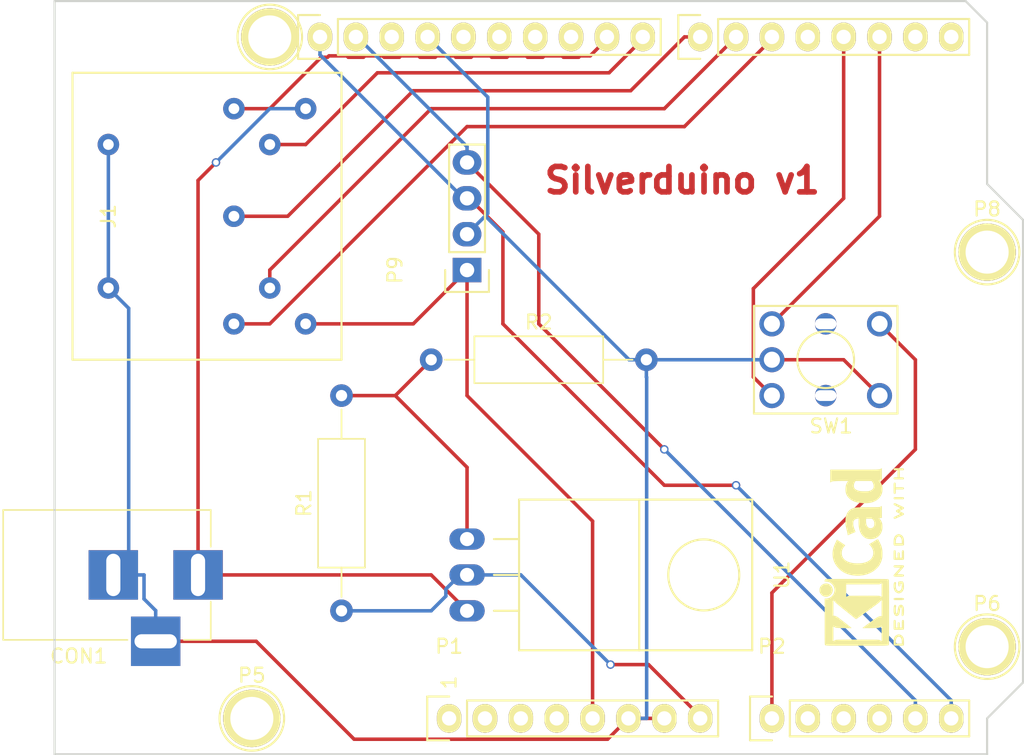
<source format=kicad_pcb>
(kicad_pcb (version 20171130) (host pcbnew "(5.1.12)-1")

  (general
    (thickness 1.6)
    (drawings 28)
    (tracks 148)
    (zones 0)
    (modules 16)
    (nets 35)
  )

  (page A4)
  (title_block
    (date "lun. 30 mars 2015")
  )

  (layers
    (0 F.Cu signal)
    (31 B.Cu signal)
    (33 F.Adhes user hide)
    (35 F.Paste user hide)
    (37 F.SilkS user hide)
    (39 F.Mask user hide)
    (40 Dwgs.User user hide)
    (41 Cmts.User user hide)
    (42 Eco1.User user hide)
    (43 Eco2.User user hide)
    (44 Edge.Cuts user)
    (45 Margin user hide)
    (47 F.CrtYd user hide)
    (49 F.Fab user hide)
  )

  (setup
    (last_trace_width 0.25)
    (trace_clearance 0.3)
    (zone_clearance 0.508)
    (zone_45_only no)
    (trace_min 0.2)
    (via_size 0.6)
    (via_drill 0.4)
    (via_min_size 0.4)
    (via_min_drill 0.3)
    (uvia_size 0.3)
    (uvia_drill 0.1)
    (uvias_allowed no)
    (uvia_min_size 0.2)
    (uvia_min_drill 0.1)
    (edge_width 0.15)
    (segment_width 0.15)
    (pcb_text_width 0.3)
    (pcb_text_size 1.5 1.5)
    (mod_edge_width 0.15)
    (mod_text_size 1 1)
    (mod_text_width 0.15)
    (pad_size 4.064 4.064)
    (pad_drill 3.048)
    (pad_to_mask_clearance 0)
    (aux_axis_origin 110.998 126.365)
    (grid_origin 110.998 126.365)
    (visible_elements 7FFFFFFF)
    (pcbplotparams
      (layerselection 0x00020_80000001)
      (usegerberextensions false)
      (usegerberattributes true)
      (usegerberadvancedattributes true)
      (creategerberjobfile true)
      (excludeedgelayer true)
      (linewidth 0.100000)
      (plotframeref false)
      (viasonmask false)
      (mode 1)
      (useauxorigin false)
      (hpglpennumber 1)
      (hpglpenspeed 20)
      (hpglpendiameter 15.000000)
      (psnegative false)
      (psa4output false)
      (plotreference true)
      (plotvalue true)
      (plotinvisibletext false)
      (padsonsilk false)
      (subtractmaskfromsilk false)
      (outputformat 1)
      (mirror false)
      (drillshape 0)
      (scaleselection 1)
      (outputdirectory "../out/"))
  )

  (net 0 "")
  (net 1 /IOREF)
  (net 2 /Reset)
  (net 3 +5V)
  (net 4 GND)
  (net 5 /Vin)
  (net 6 /A0)
  (net 7 /A1)
  (net 8 /A2)
  (net 9 /A3)
  (net 10 /AREF)
  (net 11 "/A4(SDA)")
  (net 12 "/A5(SCL)")
  (net 13 "/9(**)")
  (net 14 /8)
  (net 15 /7)
  (net 16 "/6(**)")
  (net 17 "/5(**)")
  (net 18 /4)
  (net 19 "/3(**)")
  (net 20 /2)
  (net 21 "/1(Tx)")
  (net 22 "/0(Rx)")
  (net 23 "Net-(P5-Pad1)")
  (net 24 "Net-(P6-Pad1)")
  (net 25 "Net-(P7-Pad1)")
  (net 26 "Net-(P8-Pad1)")
  (net 27 "/13(SCK)")
  (net 28 "/10(**/SS)")
  (net 29 "Net-(P1-Pad1)")
  (net 30 "/12(MISO)")
  (net 31 "/11(**/MOSI)")
  (net 32 +16V)
  (net 33 "Net-(P1-Pad4)")
  (net 34 "Net-(R1-Pad2)")

  (net_class Default "This is the default net class."
    (clearance 0.3)
    (trace_width 0.25)
    (via_dia 0.6)
    (via_drill 0.4)
    (uvia_dia 0.3)
    (uvia_drill 0.1)
    (add_net +16V)
    (add_net +5V)
    (add_net "/0(Rx)")
    (add_net "/1(Tx)")
    (add_net "/10(**/SS)")
    (add_net "/11(**/MOSI)")
    (add_net "/12(MISO)")
    (add_net "/13(SCK)")
    (add_net /2)
    (add_net "/3(**)")
    (add_net /4)
    (add_net "/5(**)")
    (add_net "/6(**)")
    (add_net /7)
    (add_net /8)
    (add_net "/9(**)")
    (add_net /A0)
    (add_net /A1)
    (add_net /A2)
    (add_net /A3)
    (add_net "/A4(SDA)")
    (add_net "/A5(SCL)")
    (add_net /AREF)
    (add_net /IOREF)
    (add_net /Reset)
    (add_net /Vin)
    (add_net GND)
    (add_net "Net-(P1-Pad1)")
    (add_net "Net-(P1-Pad4)")
    (add_net "Net-(P5-Pad1)")
    (add_net "Net-(P6-Pad1)")
    (add_net "Net-(P7-Pad1)")
    (add_net "Net-(P8-Pad1)")
    (add_net "Net-(R1-Pad2)")
  )

  (module Symbols:KiCad-Logo2_6mm_SilkScreen (layer F.Cu) (tedit 0) (tstamp 5975920E)
    (at 168.148 112.395 90)
    (descr "KiCad Logo")
    (tags "Logo KiCad")
    (attr virtual)
    (fp_text reference REF*** (at 0 0 90) (layer F.SilkS) hide
      (effects (font (size 1 1) (thickness 0.15)))
    )
    (fp_text value KiCad-Logo2_6mm_SilkScreen (at 0.75 0 90) (layer F.Fab) hide
      (effects (font (size 1 1) (thickness 0.15)))
    )
    (fp_poly (pts (xy -2.273043 -2.973429) (xy -2.176768 -2.949191) (xy -2.090184 -2.906359) (xy -2.015373 -2.846581)
      (xy -1.954418 -2.771506) (xy -1.909399 -2.68278) (xy -1.883136 -2.58647) (xy -1.877286 -2.489205)
      (xy -1.89214 -2.395346) (xy -1.92584 -2.307489) (xy -1.976528 -2.22823) (xy -2.042345 -2.160164)
      (xy -2.121434 -2.105888) (xy -2.211934 -2.067998) (xy -2.2632 -2.055574) (xy -2.307698 -2.048053)
      (xy -2.341999 -2.045081) (xy -2.37496 -2.046906) (xy -2.415434 -2.053775) (xy -2.448531 -2.06075)
      (xy -2.541947 -2.092259) (xy -2.625619 -2.143383) (xy -2.697665 -2.212571) (xy -2.7562 -2.298272)
      (xy -2.770148 -2.325511) (xy -2.786586 -2.361878) (xy -2.796894 -2.392418) (xy -2.80246 -2.42455)
      (xy -2.804669 -2.465693) (xy -2.804948 -2.511778) (xy -2.800861 -2.596135) (xy -2.787446 -2.665414)
      (xy -2.762256 -2.726039) (xy -2.722846 -2.784433) (xy -2.684298 -2.828698) (xy -2.612406 -2.894516)
      (xy -2.537313 -2.939947) (xy -2.454562 -2.96715) (xy -2.376928 -2.977424) (xy -2.273043 -2.973429)) (layer F.SilkS) (width 0.01))
    (fp_poly (pts (xy 6.186507 -0.527755) (xy 6.186526 -0.293338) (xy 6.186552 -0.080397) (xy 6.186625 0.112168)
      (xy 6.186782 0.285459) (xy 6.187064 0.440576) (xy 6.187509 0.57862) (xy 6.188156 0.700692)
      (xy 6.189045 0.807894) (xy 6.190213 0.901326) (xy 6.191701 0.98209) (xy 6.193546 1.051286)
      (xy 6.195789 1.110015) (xy 6.198469 1.159379) (xy 6.201623 1.200478) (xy 6.205292 1.234413)
      (xy 6.209513 1.262286) (xy 6.214327 1.285198) (xy 6.219773 1.304249) (xy 6.225888 1.32054)
      (xy 6.232712 1.335173) (xy 6.240285 1.349249) (xy 6.248645 1.363868) (xy 6.253839 1.372974)
      (xy 6.288104 1.433689) (xy 5.429955 1.433689) (xy 5.429955 1.337733) (xy 5.429224 1.29437)
      (xy 5.427272 1.261205) (xy 5.424463 1.243424) (xy 5.423221 1.241778) (xy 5.411799 1.248662)
      (xy 5.389084 1.266505) (xy 5.366385 1.285879) (xy 5.3118 1.326614) (xy 5.242321 1.367617)
      (xy 5.16527 1.405123) (xy 5.087965 1.435364) (xy 5.057113 1.445012) (xy 4.988616 1.459578)
      (xy 4.905764 1.469539) (xy 4.816371 1.474583) (xy 4.728248 1.474396) (xy 4.649207 1.468666)
      (xy 4.611511 1.462858) (xy 4.473414 1.424797) (xy 4.346113 1.367073) (xy 4.230292 1.290211)
      (xy 4.126637 1.194739) (xy 4.035833 1.081179) (xy 3.969031 0.970381) (xy 3.914164 0.853625)
      (xy 3.872163 0.734276) (xy 3.842167 0.608283) (xy 3.823311 0.471594) (xy 3.814732 0.320158)
      (xy 3.814006 0.242711) (xy 3.8161 0.185934) (xy 4.645217 0.185934) (xy 4.645424 0.279002)
      (xy 4.648337 0.366692) (xy 4.654 0.443772) (xy 4.662455 0.505009) (xy 4.665038 0.51735)
      (xy 4.69684 0.624633) (xy 4.738498 0.711658) (xy 4.790363 0.778642) (xy 4.852781 0.825805)
      (xy 4.9261 0.853365) (xy 5.010669 0.861541) (xy 5.106835 0.850551) (xy 5.170311 0.834829)
      (xy 5.219454 0.816639) (xy 5.273583 0.790791) (xy 5.314244 0.767089) (xy 5.3848 0.720721)
      (xy 5.3848 -0.42947) (xy 5.317392 -0.473038) (xy 5.238867 -0.51396) (xy 5.154681 -0.540611)
      (xy 5.069557 -0.552535) (xy 4.988216 -0.549278) (xy 4.91538 -0.530385) (xy 4.883426 -0.514816)
      (xy 4.825501 -0.471819) (xy 4.776544 -0.415047) (xy 4.73539 -0.342425) (xy 4.700874 -0.251879)
      (xy 4.671833 -0.141334) (xy 4.670552 -0.135467) (xy 4.660381 -0.073212) (xy 4.652739 0.004594)
      (xy 4.64767 0.09272) (xy 4.645217 0.185934) (xy 3.8161 0.185934) (xy 3.821857 0.029895)
      (xy 3.843802 -0.165941) (xy 3.879786 -0.344668) (xy 3.929759 -0.506155) (xy 3.993668 -0.650274)
      (xy 4.071462 -0.776894) (xy 4.163089 -0.885885) (xy 4.268497 -0.977117) (xy 4.313662 -1.008068)
      (xy 4.414611 -1.064215) (xy 4.517901 -1.103826) (xy 4.627989 -1.127986) (xy 4.74933 -1.137781)
      (xy 4.841836 -1.136735) (xy 4.97149 -1.125769) (xy 5.084084 -1.103954) (xy 5.182875 -1.070286)
      (xy 5.271121 -1.023764) (xy 5.319986 -0.989552) (xy 5.349353 -0.967638) (xy 5.371043 -0.952667)
      (xy 5.379253 -0.948267) (xy 5.380868 -0.959096) (xy 5.382159 -0.989749) (xy 5.383138 -1.037474)
      (xy 5.383817 -1.099521) (xy 5.38421 -1.173138) (xy 5.38433 -1.255573) (xy 5.384188 -1.344075)
      (xy 5.383797 -1.435893) (xy 5.383171 -1.528276) (xy 5.38232 -1.618472) (xy 5.38126 -1.703729)
      (xy 5.380001 -1.781297) (xy 5.378556 -1.848424) (xy 5.376938 -1.902359) (xy 5.375161 -1.94035)
      (xy 5.374669 -1.947333) (xy 5.367092 -2.017749) (xy 5.355531 -2.072898) (xy 5.337792 -2.120019)
      (xy 5.311682 -2.166353) (xy 5.305415 -2.175933) (xy 5.280983 -2.212622) (xy 6.186311 -2.212622)
      (xy 6.186507 -0.527755)) (layer F.SilkS) (width 0.01))
    (fp_poly (pts (xy 2.673574 -1.133448) (xy 2.825492 -1.113433) (xy 2.960756 -1.079798) (xy 3.080239 -1.032275)
      (xy 3.184815 -0.970595) (xy 3.262424 -0.907035) (xy 3.331265 -0.832901) (xy 3.385006 -0.753129)
      (xy 3.42791 -0.660909) (xy 3.443384 -0.617839) (xy 3.456244 -0.578858) (xy 3.467446 -0.542711)
      (xy 3.47712 -0.507566) (xy 3.485396 -0.47159) (xy 3.492403 -0.43295) (xy 3.498272 -0.389815)
      (xy 3.503131 -0.340351) (xy 3.50711 -0.282727) (xy 3.51034 -0.215109) (xy 3.512949 -0.135666)
      (xy 3.515067 -0.042564) (xy 3.516824 0.066027) (xy 3.518349 0.191942) (xy 3.519772 0.337012)
      (xy 3.521025 0.479778) (xy 3.522351 0.635968) (xy 3.523556 0.771239) (xy 3.524766 0.887246)
      (xy 3.526106 0.985645) (xy 3.5277 1.068093) (xy 3.529675 1.136246) (xy 3.532156 1.19176)
      (xy 3.535269 1.236292) (xy 3.539138 1.271498) (xy 3.543889 1.299034) (xy 3.549648 1.320556)
      (xy 3.556539 1.337722) (xy 3.564689 1.352186) (xy 3.574223 1.365606) (xy 3.585266 1.379638)
      (xy 3.589566 1.385071) (xy 3.605386 1.40791) (xy 3.612422 1.423463) (xy 3.612444 1.423922)
      (xy 3.601567 1.426121) (xy 3.570582 1.428147) (xy 3.521957 1.429942) (xy 3.458163 1.431451)
      (xy 3.381669 1.432616) (xy 3.294944 1.43338) (xy 3.200457 1.433686) (xy 3.18955 1.433689)
      (xy 2.766657 1.433689) (xy 2.763395 1.337622) (xy 2.760133 1.241556) (xy 2.698044 1.292543)
      (xy 2.600714 1.360057) (xy 2.490813 1.414749) (xy 2.404349 1.444978) (xy 2.335278 1.459666)
      (xy 2.251925 1.469659) (xy 2.162159 1.474646) (xy 2.073845 1.474313) (xy 1.994851 1.468351)
      (xy 1.958622 1.462638) (xy 1.818603 1.424776) (xy 1.692178 1.369932) (xy 1.58026 1.298924)
      (xy 1.483762 1.212568) (xy 1.4036 1.111679) (xy 1.340687 0.997076) (xy 1.296312 0.870984)
      (xy 1.283978 0.814401) (xy 1.276368 0.752202) (xy 1.272739 0.677363) (xy 1.272245 0.643467)
      (xy 1.27231 0.640282) (xy 2.032248 0.640282) (xy 2.041541 0.715333) (xy 2.069728 0.77916)
      (xy 2.118197 0.834798) (xy 2.123254 0.839211) (xy 2.171548 0.874037) (xy 2.223257 0.89662)
      (xy 2.283989 0.90854) (xy 2.359352 0.911383) (xy 2.377459 0.910978) (xy 2.431278 0.908325)
      (xy 2.471308 0.902909) (xy 2.506324 0.892745) (xy 2.545103 0.87585) (xy 2.555745 0.870672)
      (xy 2.616396 0.834844) (xy 2.663215 0.792212) (xy 2.675952 0.776973) (xy 2.720622 0.720462)
      (xy 2.720622 0.524586) (xy 2.720086 0.445939) (xy 2.718396 0.387988) (xy 2.715428 0.348875)
      (xy 2.711057 0.326741) (xy 2.706972 0.320274) (xy 2.691047 0.317111) (xy 2.657264 0.314488)
      (xy 2.61034 0.312655) (xy 2.554993 0.311857) (xy 2.546106 0.311842) (xy 2.42533 0.317096)
      (xy 2.32266 0.333263) (xy 2.236106 0.360961) (xy 2.163681 0.400808) (xy 2.108751 0.447758)
      (xy 2.064204 0.505645) (xy 2.03948 0.568693) (xy 2.032248 0.640282) (xy 1.27231 0.640282)
      (xy 1.274178 0.549712) (xy 1.282522 0.470812) (xy 1.298768 0.39959) (xy 1.324405 0.328864)
      (xy 1.348401 0.276493) (xy 1.40702 0.181196) (xy 1.485117 0.09317) (xy 1.580315 0.014017)
      (xy 1.690238 -0.05466) (xy 1.81251 -0.111259) (xy 1.944755 -0.154179) (xy 2.009422 -0.169118)
      (xy 2.145604 -0.191223) (xy 2.294049 -0.205806) (xy 2.445505 -0.212187) (xy 2.572064 -0.210555)
      (xy 2.73395 -0.203776) (xy 2.72653 -0.262755) (xy 2.707238 -0.361908) (xy 2.676104 -0.442628)
      (xy 2.632269 -0.505534) (xy 2.574871 -0.551244) (xy 2.503048 -0.580378) (xy 2.415941 -0.593553)
      (xy 2.312686 -0.591389) (xy 2.274711 -0.587388) (xy 2.13352 -0.56222) (xy 1.996707 -0.521186)
      (xy 1.902178 -0.483185) (xy 1.857018 -0.46381) (xy 1.818585 -0.44824) (xy 1.792234 -0.438595)
      (xy 1.784546 -0.436548) (xy 1.774802 -0.445626) (xy 1.758083 -0.474595) (xy 1.734232 -0.523783)
      (xy 1.703093 -0.593516) (xy 1.664507 -0.684121) (xy 1.65791 -0.699911) (xy 1.627853 -0.772228)
      (xy 1.600874 -0.837575) (xy 1.578136 -0.893094) (xy 1.560806 -0.935928) (xy 1.550048 -0.963219)
      (xy 1.546941 -0.972058) (xy 1.55694 -0.976813) (xy 1.583217 -0.98209) (xy 1.611489 -0.985769)
      (xy 1.641646 -0.990526) (xy 1.689433 -0.999972) (xy 1.750612 -1.01318) (xy 1.820946 -1.029224)
      (xy 1.896194 -1.04718) (xy 1.924755 -1.054203) (xy 2.029816 -1.079791) (xy 2.11748 -1.099853)
      (xy 2.192068 -1.115031) (xy 2.257903 -1.125965) (xy 2.319307 -1.133296) (xy 2.380602 -1.137665)
      (xy 2.44611 -1.139713) (xy 2.504128 -1.140111) (xy 2.673574 -1.133448)) (layer F.SilkS) (width 0.01))
    (fp_poly (pts (xy 0.328429 -2.050929) (xy 0.48857 -2.029755) (xy 0.65251 -1.989615) (xy 0.822313 -1.930111)
      (xy 1.000043 -1.850846) (xy 1.01131 -1.845301) (xy 1.069005 -1.817275) (xy 1.120552 -1.793198)
      (xy 1.162191 -1.774751) (xy 1.190162 -1.763614) (xy 1.199733 -1.761067) (xy 1.21895 -1.756059)
      (xy 1.223561 -1.751853) (xy 1.218458 -1.74142) (xy 1.202418 -1.715132) (xy 1.177288 -1.675743)
      (xy 1.144914 -1.626009) (xy 1.107143 -1.568685) (xy 1.065822 -1.506524) (xy 1.022798 -1.442282)
      (xy 0.979917 -1.378715) (xy 0.939026 -1.318575) (xy 0.901971 -1.26462) (xy 0.8706 -1.219603)
      (xy 0.846759 -1.186279) (xy 0.832294 -1.167403) (xy 0.830309 -1.165213) (xy 0.820191 -1.169862)
      (xy 0.79785 -1.187038) (xy 0.76728 -1.21356) (xy 0.751536 -1.228036) (xy 0.655047 -1.303318)
      (xy 0.548336 -1.358759) (xy 0.432832 -1.393859) (xy 0.309962 -1.40812) (xy 0.240561 -1.406949)
      (xy 0.119423 -1.389788) (xy 0.010205 -1.353906) (xy -0.087418 -1.299041) (xy -0.173772 -1.22493)
      (xy -0.249185 -1.131312) (xy -0.313982 -1.017924) (xy -0.351399 -0.931333) (xy -0.395252 -0.795634)
      (xy -0.427572 -0.64815) (xy -0.448443 -0.492686) (xy -0.457949 -0.333044) (xy -0.456173 -0.173027)
      (xy -0.443197 -0.016439) (xy -0.419106 0.132918) (xy -0.383982 0.27124) (xy -0.337908 0.394724)
      (xy -0.321627 0.428978) (xy -0.25338 0.543064) (xy -0.172921 0.639557) (xy -0.08143 0.71767)
      (xy 0.019911 0.776617) (xy 0.12992 0.815612) (xy 0.247415 0.833868) (xy 0.288883 0.835211)
      (xy 0.410441 0.82429) (xy 0.530878 0.791474) (xy 0.648666 0.737439) (xy 0.762277 0.662865)
      (xy 0.853685 0.584539) (xy 0.900215 0.540008) (xy 1.081483 0.837271) (xy 1.12658 0.911433)
      (xy 1.167819 0.979646) (xy 1.203735 1.039459) (xy 1.232866 1.08842) (xy 1.25375 1.124079)
      (xy 1.264924 1.143984) (xy 1.266375 1.147079) (xy 1.258146 1.156718) (xy 1.232567 1.173999)
      (xy 1.192873 1.197283) (xy 1.142297 1.224934) (xy 1.084074 1.255315) (xy 1.021437 1.28679)
      (xy 0.957621 1.317722) (xy 0.89586 1.346473) (xy 0.839388 1.371408) (xy 0.791438 1.390889)
      (xy 0.767986 1.399318) (xy 0.634221 1.437133) (xy 0.496327 1.462136) (xy 0.348622 1.47514)
      (xy 0.221833 1.477468) (xy 0.153878 1.476373) (xy 0.088277 1.474275) (xy 0.030847 1.471434)
      (xy -0.012597 1.468106) (xy -0.026702 1.466422) (xy -0.165716 1.437587) (xy -0.307243 1.392468)
      (xy -0.444725 1.33375) (xy -0.571606 1.26412) (xy -0.649111 1.211441) (xy -0.776519 1.103239)
      (xy -0.894822 0.976671) (xy -1.001828 0.834866) (xy -1.095348 0.680951) (xy -1.17319 0.518053)
      (xy -1.217044 0.400756) (xy -1.267292 0.217128) (xy -1.300791 0.022581) (xy -1.317551 -0.178675)
      (xy -1.317584 -0.382432) (xy -1.300899 -0.584479) (xy -1.267507 -0.780608) (xy -1.21742 -0.966609)
      (xy -1.213603 -0.978197) (xy -1.150719 -1.14025) (xy -1.073972 -1.288168) (xy -0.980758 -1.426135)
      (xy -0.868473 -1.558339) (xy -0.824608 -1.603601) (xy -0.688466 -1.727543) (xy -0.548509 -1.830085)
      (xy -0.402589 -1.912344) (xy -0.248558 -1.975436) (xy -0.084268 -2.020477) (xy 0.011289 -2.037967)
      (xy 0.170023 -2.053534) (xy 0.328429 -2.050929)) (layer F.SilkS) (width 0.01))
    (fp_poly (pts (xy -2.9464 -2.510946) (xy -2.935535 -2.397007) (xy -2.903918 -2.289384) (xy -2.853015 -2.190385)
      (xy -2.784293 -2.102316) (xy -2.699219 -2.027484) (xy -2.602232 -1.969616) (xy -2.495964 -1.929995)
      (xy -2.38895 -1.911427) (xy -2.2833 -1.912566) (xy -2.181125 -1.93207) (xy -2.084534 -1.968594)
      (xy -1.995638 -2.020795) (xy -1.916546 -2.087327) (xy -1.849369 -2.166848) (xy -1.796217 -2.258013)
      (xy -1.759199 -2.359477) (xy -1.740427 -2.469898) (xy -1.738489 -2.519794) (xy -1.738489 -2.607733)
      (xy -1.68656 -2.607733) (xy -1.650253 -2.604889) (xy -1.623355 -2.593089) (xy -1.596249 -2.569351)
      (xy -1.557867 -2.530969) (xy -1.557867 -0.339398) (xy -1.557876 -0.077261) (xy -1.557908 0.163241)
      (xy -1.557972 0.383048) (xy -1.558076 0.583101) (xy -1.558227 0.764344) (xy -1.558434 0.927716)
      (xy -1.558706 1.07416) (xy -1.55905 1.204617) (xy -1.559474 1.320029) (xy -1.559987 1.421338)
      (xy -1.560597 1.509484) (xy -1.561312 1.58541) (xy -1.56214 1.650057) (xy -1.563089 1.704367)
      (xy -1.564167 1.74928) (xy -1.565383 1.78574) (xy -1.566745 1.814687) (xy -1.568261 1.837063)
      (xy -1.569938 1.853809) (xy -1.571786 1.865868) (xy -1.573813 1.87418) (xy -1.576025 1.879687)
      (xy -1.577108 1.881537) (xy -1.581271 1.888549) (xy -1.584805 1.894996) (xy -1.588635 1.9009)
      (xy -1.593682 1.906286) (xy -1.600871 1.911178) (xy -1.611123 1.915598) (xy -1.625364 1.919572)
      (xy -1.644514 1.923121) (xy -1.669499 1.92627) (xy -1.70124 1.929042) (xy -1.740662 1.931461)
      (xy -1.788686 1.933551) (xy -1.846237 1.935335) (xy -1.914237 1.936837) (xy -1.99361 1.93808)
      (xy -2.085279 1.939089) (xy -2.190166 1.939885) (xy -2.309196 1.940494) (xy -2.44329 1.940939)
      (xy -2.593373 1.941243) (xy -2.760367 1.94143) (xy -2.945196 1.941524) (xy -3.148783 1.941548)
      (xy -3.37205 1.941525) (xy -3.615922 1.94148) (xy -3.881321 1.941437) (xy -3.919704 1.941432)
      (xy -4.186682 1.941389) (xy -4.432002 1.941318) (xy -4.656583 1.941213) (xy -4.861345 1.941066)
      (xy -5.047206 1.940869) (xy -5.215088 1.940616) (xy -5.365908 1.9403) (xy -5.500587 1.939913)
      (xy -5.620044 1.939447) (xy -5.725199 1.938897) (xy -5.816971 1.938253) (xy -5.896279 1.937511)
      (xy -5.964043 1.936661) (xy -6.021182 1.935697) (xy -6.068617 1.934611) (xy -6.107266 1.933397)
      (xy -6.138049 1.932047) (xy -6.161885 1.930555) (xy -6.179694 1.928911) (xy -6.192395 1.927111)
      (xy -6.200908 1.925145) (xy -6.205266 1.923477) (xy -6.213728 1.919906) (xy -6.221497 1.91727)
      (xy -6.228602 1.914634) (xy -6.235073 1.911062) (xy -6.240939 1.905621) (xy -6.246229 1.897375)
      (xy -6.250974 1.88539) (xy -6.255202 1.868731) (xy -6.258943 1.846463) (xy -6.262227 1.817652)
      (xy -6.265083 1.781363) (xy -6.26754 1.736661) (xy -6.269629 1.682611) (xy -6.271378 1.618279)
      (xy -6.272817 1.54273) (xy -6.273976 1.45503) (xy -6.274883 1.354243) (xy -6.275569 1.239434)
      (xy -6.276063 1.10967) (xy -6.276395 0.964015) (xy -6.276593 0.801535) (xy -6.276687 0.621295)
      (xy -6.276708 0.42236) (xy -6.276685 0.203796) (xy -6.276646 -0.035332) (xy -6.276622 -0.29596)
      (xy -6.276622 -0.338111) (xy -6.276636 -0.601008) (xy -6.276661 -0.842268) (xy -6.276671 -1.062835)
      (xy -6.276642 -1.263648) (xy -6.276548 -1.445651) (xy -6.276362 -1.609784) (xy -6.276059 -1.756989)
      (xy -6.275614 -1.888208) (xy -6.275034 -1.998133) (xy -5.972197 -1.998133) (xy -5.932407 -1.940289)
      (xy -5.921236 -1.924521) (xy -5.911166 -1.910559) (xy -5.902138 -1.897216) (xy -5.894097 -1.883307)
      (xy -5.886986 -1.867644) (xy -5.880747 -1.849042) (xy -5.875325 -1.826314) (xy -5.870662 -1.798273)
      (xy -5.866701 -1.763733) (xy -5.863385 -1.721508) (xy -5.860659 -1.670411) (xy -5.858464 -1.609256)
      (xy -5.856745 -1.536856) (xy -5.855444 -1.452025) (xy -5.854505 -1.353578) (xy -5.85387 -1.240326)
      (xy -5.853484 -1.111084) (xy -5.853288 -0.964666) (xy -5.853227 -0.799884) (xy -5.853243 -0.615553)
      (xy -5.85328 -0.410487) (xy -5.853289 -0.287867) (xy -5.853265 -0.070918) (xy -5.853231 0.124642)
      (xy -5.853243 0.299999) (xy -5.853358 0.456341) (xy -5.85363 0.594857) (xy -5.854118 0.716734)
      (xy -5.854876 0.82316) (xy -5.855962 0.915322) (xy -5.857431 0.994409) (xy -5.85934 1.061608)
      (xy -5.861744 1.118107) (xy -5.864701 1.165093) (xy -5.868266 1.203755) (xy -5.872495 1.23528)
      (xy -5.877446 1.260855) (xy -5.883173 1.28167) (xy -5.889733 1.298911) (xy -5.897183 1.313765)
      (xy -5.905579 1.327422) (xy -5.914976 1.341069) (xy -5.925432 1.355893) (xy -5.931523 1.364783)
      (xy -5.970296 1.4224) (xy -5.438732 1.4224) (xy -5.315483 1.422365) (xy -5.212987 1.422215)
      (xy -5.12942 1.421878) (xy -5.062956 1.421286) (xy -5.011771 1.420367) (xy -4.974041 1.419051)
      (xy -4.94794 1.417269) (xy -4.931644 1.414951) (xy -4.923328 1.412026) (xy -4.921168 1.408424)
      (xy -4.923339 1.404075) (xy -4.924535 1.402645) (xy -4.949685 1.365573) (xy -4.975583 1.312772)
      (xy -4.999192 1.25077) (xy -5.007461 1.224357) (xy -5.012078 1.206416) (xy -5.015979 1.185355)
      (xy -5.019248 1.159089) (xy -5.021966 1.125532) (xy -5.024215 1.082599) (xy -5.026077 1.028204)
      (xy -5.027636 0.960262) (xy -5.028972 0.876688) (xy -5.030169 0.775395) (xy -5.031308 0.6543)
      (xy -5.031685 0.6096) (xy -5.032702 0.484449) (xy -5.03346 0.380082) (xy -5.033903 0.294707)
      (xy -5.03397 0.226533) (xy -5.033605 0.173765) (xy -5.032748 0.134614) (xy -5.031341 0.107285)
      (xy -5.029325 0.089986) (xy -5.026643 0.080926) (xy -5.023236 0.078312) (xy -5.019044 0.080351)
      (xy -5.014571 0.084667) (xy -5.004216 0.097602) (xy -4.982158 0.126676) (xy -4.949957 0.169759)
      (xy -4.909174 0.224718) (xy -4.86137 0.289423) (xy -4.808105 0.361742) (xy -4.75094 0.439544)
      (xy -4.691437 0.520698) (xy -4.631155 0.603072) (xy -4.571655 0.684536) (xy -4.514498 0.762957)
      (xy -4.461245 0.836204) (xy -4.413457 0.902147) (xy -4.372693 0.958654) (xy -4.340516 1.003593)
      (xy -4.318485 1.034834) (xy -4.313917 1.041466) (xy -4.290996 1.078369) (xy -4.264188 1.126359)
      (xy -4.238789 1.175897) (xy -4.235568 1.182577) (xy -4.21389 1.230772) (xy -4.201304 1.268334)
      (xy -4.195574 1.30416) (xy -4.194456 1.3462) (xy -4.19509 1.4224) (xy -3.040651 1.4224)
      (xy -3.131815 1.328669) (xy -3.178612 1.278775) (xy -3.228899 1.222295) (xy -3.274944 1.168026)
      (xy -3.295369 1.142673) (xy -3.325807 1.103128) (xy -3.365862 1.049916) (xy -3.414361 0.984667)
      (xy -3.470135 0.909011) (xy -3.532011 0.824577) (xy -3.598819 0.732994) (xy -3.669387 0.635892)
      (xy -3.742545 0.534901) (xy -3.817121 0.43165) (xy -3.891944 0.327768) (xy -3.965843 0.224885)
      (xy -4.037646 0.124631) (xy -4.106184 0.028636) (xy -4.170284 -0.061473) (xy -4.228775 -0.144064)
      (xy -4.280486 -0.217508) (xy -4.324247 -0.280176) (xy -4.358885 -0.330439) (xy -4.38323 -0.366666)
      (xy -4.396111 -0.387229) (xy -4.397869 -0.391332) (xy -4.38991 -0.402658) (xy -4.369115 -0.429838)
      (xy -4.336847 -0.471171) (xy -4.29447 -0.524956) (xy -4.243347 -0.589494) (xy -4.184841 -0.663082)
      (xy -4.120314 -0.744022) (xy -4.051131 -0.830612) (xy -3.978653 -0.921152) (xy -3.904246 -1.01394)
      (xy -3.844517 -1.088298) (xy -2.833511 -1.088298) (xy -2.827602 -1.075341) (xy -2.813272 -1.053092)
      (xy -2.812225 -1.051609) (xy -2.793438 -1.021456) (xy -2.773791 -0.984625) (xy -2.769892 -0.976489)
      (xy -2.766356 -0.96806) (xy -2.76323 -0.957941) (xy -2.760486 -0.94474) (xy -2.758092 -0.927062)
      (xy -2.756019 -0.903516) (xy -2.754235 -0.872707) (xy -2.752712 -0.833243) (xy -2.751419 -0.783731)
      (xy -2.750326 -0.722777) (xy -2.749403 -0.648989) (xy -2.748619 -0.560972) (xy -2.747945 -0.457335)
      (xy -2.74735 -0.336684) (xy -2.746805 -0.197626) (xy -2.746279 -0.038768) (xy -2.745745 0.140089)
      (xy -2.745206 0.325207) (xy -2.744772 0.489145) (xy -2.744509 0.633303) (xy -2.744484 0.759079)
      (xy -2.744765 0.867871) (xy -2.745419 0.961077) (xy -2.746514 1.040097) (xy -2.748118 1.106328)
      (xy -2.750297 1.16117) (xy -2.753119 1.206021) (xy -2.756651 1.242278) (xy -2.760961 1.271341)
      (xy -2.766117 1.294609) (xy -2.772185 1.313479) (xy -2.779233 1.329351) (xy -2.787329 1.343622)
      (xy -2.79654 1.357691) (xy -2.80504 1.370158) (xy -2.822176 1.396452) (xy -2.832322 1.414037)
      (xy -2.833511 1.417257) (xy -2.822604 1.418334) (xy -2.791411 1.419335) (xy -2.742223 1.420235)
      (xy -2.677333 1.42101) (xy -2.59903 1.421637) (xy -2.509607 1.422091) (xy -2.411356 1.422349)
      (xy -2.342445 1.4224) (xy -2.237452 1.42218) (xy -2.14061 1.421548) (xy -2.054107 1.420549)
      (xy -1.980132 1.419227) (xy -1.920874 1.417626) (xy -1.87852 1.415791) (xy -1.85526 1.413765)
      (xy -1.851378 1.412493) (xy -1.859076 1.397591) (xy -1.867074 1.38956) (xy -1.880246 1.372434)
      (xy -1.897485 1.342183) (xy -1.909407 1.317622) (xy -1.936045 1.258711) (xy -1.93912 0.081845)
      (xy -1.942195 -1.095022) (xy -2.387853 -1.095022) (xy -2.48567 -1.094858) (xy -2.576064 -1.094389)
      (xy -2.65663 -1.093653) (xy -2.724962 -1.092684) (xy -2.778656 -1.09152) (xy -2.815305 -1.090197)
      (xy -2.832504 -1.088751) (xy -2.833511 -1.088298) (xy -3.844517 -1.088298) (xy -3.82927 -1.107278)
      (xy -3.75509 -1.199463) (xy -3.683069 -1.288796) (xy -3.614569 -1.373576) (xy -3.550955 -1.452102)
      (xy -3.493588 -1.522674) (xy -3.443833 -1.583591) (xy -3.403052 -1.633153) (xy -3.385888 -1.653822)
      (xy -3.299596 -1.754484) (xy -3.222997 -1.837741) (xy -3.154183 -1.905562) (xy -3.091248 -1.959911)
      (xy -3.081867 -1.967278) (xy -3.042356 -1.997883) (xy -4.174116 -1.998133) (xy -4.168827 -1.950156)
      (xy -4.17213 -1.892812) (xy -4.193661 -1.824537) (xy -4.233635 -1.744788) (xy -4.278943 -1.672505)
      (xy -4.295161 -1.64986) (xy -4.323214 -1.612304) (xy -4.36143 -1.561979) (xy -4.408137 -1.501027)
      (xy -4.461661 -1.431589) (xy -4.520331 -1.355806) (xy -4.582475 -1.27582) (xy -4.646421 -1.193772)
      (xy -4.710495 -1.111804) (xy -4.773027 -1.032057) (xy -4.832343 -0.956673) (xy -4.886771 -0.887793)
      (xy -4.934639 -0.827558) (xy -4.974275 -0.778111) (xy -5.004006 -0.741592) (xy -5.022161 -0.720142)
      (xy -5.02522 -0.716844) (xy -5.028079 -0.724851) (xy -5.030293 -0.755145) (xy -5.031857 -0.807444)
      (xy -5.032767 -0.881469) (xy -5.03302 -0.976937) (xy -5.032613 -1.093566) (xy -5.031704 -1.213555)
      (xy -5.030382 -1.345667) (xy -5.028857 -1.457406) (xy -5.026881 -1.550975) (xy -5.024206 -1.628581)
      (xy -5.020582 -1.692426) (xy -5.015761 -1.744717) (xy -5.009494 -1.787656) (xy -5.001532 -1.823449)
      (xy -4.991627 -1.8543) (xy -4.979531 -1.882414) (xy -4.964993 -1.909995) (xy -4.950311 -1.935034)
      (xy -4.912314 -1.998133) (xy -5.972197 -1.998133) (xy -6.275034 -1.998133) (xy -6.275001 -2.004383)
      (xy -6.274195 -2.106456) (xy -6.27317 -2.195367) (xy -6.2719 -2.272059) (xy -6.27036 -2.337473)
      (xy -6.268524 -2.392551) (xy -6.266367 -2.438235) (xy -6.263863 -2.475466) (xy -6.260987 -2.505187)
      (xy -6.257713 -2.528338) (xy -6.254015 -2.545861) (xy -6.249869 -2.558699) (xy -6.245247 -2.567792)
      (xy -6.240126 -2.574082) (xy -6.234478 -2.578512) (xy -6.228279 -2.582022) (xy -6.221504 -2.585555)
      (xy -6.215508 -2.589124) (xy -6.210275 -2.5917) (xy -6.202099 -2.594028) (xy -6.189886 -2.596122)
      (xy -6.172541 -2.597993) (xy -6.148969 -2.599653) (xy -6.118077 -2.601116) (xy -6.078768 -2.602392)
      (xy -6.02995 -2.603496) (xy -5.970527 -2.604439) (xy -5.899404 -2.605233) (xy -5.815488 -2.605891)
      (xy -5.717683 -2.606425) (xy -5.604894 -2.606847) (xy -5.476029 -2.607171) (xy -5.329991 -2.607408)
      (xy -5.165686 -2.60757) (xy -4.98202 -2.60767) (xy -4.777897 -2.60772) (xy -4.566753 -2.607733)
      (xy -2.9464 -2.607733) (xy -2.9464 -2.510946)) (layer F.SilkS) (width 0.01))
    (fp_poly (pts (xy 6.228823 2.274533) (xy 6.260202 2.296776) (xy 6.287911 2.324485) (xy 6.287911 2.63392)
      (xy 6.287838 2.725799) (xy 6.287495 2.79784) (xy 6.286692 2.85278) (xy 6.285241 2.89336)
      (xy 6.282952 2.922317) (xy 6.279636 2.942391) (xy 6.275105 2.956321) (xy 6.269169 2.966845)
      (xy 6.264514 2.9731) (xy 6.233783 2.997673) (xy 6.198496 3.000341) (xy 6.166245 2.985271)
      (xy 6.155588 2.976374) (xy 6.148464 2.964557) (xy 6.144167 2.945526) (xy 6.141991 2.914992)
      (xy 6.141228 2.868662) (xy 6.141155 2.832871) (xy 6.141155 2.698045) (xy 5.644444 2.698045)
      (xy 5.644444 2.8207) (xy 5.643931 2.876787) (xy 5.641876 2.915333) (xy 5.637508 2.941361)
      (xy 5.630056 2.959897) (xy 5.621047 2.9731) (xy 5.590144 2.997604) (xy 5.555196 3.000506)
      (xy 5.521738 2.983089) (xy 5.512604 2.973959) (xy 5.506152 2.961855) (xy 5.501897 2.943001)
      (xy 5.499352 2.91362) (xy 5.498029 2.869937) (xy 5.497443 2.808175) (xy 5.497375 2.794)
      (xy 5.496891 2.677631) (xy 5.496641 2.581727) (xy 5.496723 2.504177) (xy 5.497231 2.442869)
      (xy 5.498262 2.39569) (xy 5.499913 2.36053) (xy 5.502279 2.335276) (xy 5.505457 2.317817)
      (xy 5.509544 2.306041) (xy 5.514634 2.297835) (xy 5.520266 2.291645) (xy 5.552128 2.271844)
      (xy 5.585357 2.274533) (xy 5.616735 2.296776) (xy 5.629433 2.311126) (xy 5.637526 2.326978)
      (xy 5.642042 2.349554) (xy 5.644006 2.384078) (xy 5.644444 2.435776) (xy 5.644444 2.551289)
      (xy 6.141155 2.551289) (xy 6.141155 2.432756) (xy 6.141662 2.378148) (xy 6.143698 2.341275)
      (xy 6.148035 2.317307) (xy 6.155447 2.301415) (xy 6.163733 2.291645) (xy 6.195594 2.271844)
      (xy 6.228823 2.274533)) (layer F.SilkS) (width 0.01))
    (fp_poly (pts (xy 4.963065 2.269163) (xy 5.041772 2.269542) (xy 5.102863 2.270333) (xy 5.148817 2.27167)
      (xy 5.182114 2.273683) (xy 5.205236 2.276506) (xy 5.220662 2.280269) (xy 5.230871 2.285105)
      (xy 5.235813 2.288822) (xy 5.261457 2.321358) (xy 5.264559 2.355138) (xy 5.248711 2.385826)
      (xy 5.238348 2.398089) (xy 5.227196 2.40645) (xy 5.211035 2.411657) (xy 5.185642 2.414457)
      (xy 5.146798 2.415596) (xy 5.09028 2.415821) (xy 5.07918 2.415822) (xy 4.933244 2.415822)
      (xy 4.933244 2.686756) (xy 4.933148 2.772154) (xy 4.932711 2.837864) (xy 4.931712 2.886774)
      (xy 4.929928 2.921773) (xy 4.927137 2.945749) (xy 4.923117 2.961593) (xy 4.917645 2.972191)
      (xy 4.910666 2.980267) (xy 4.877734 3.000112) (xy 4.843354 2.998548) (xy 4.812176 2.975906)
      (xy 4.809886 2.9731) (xy 4.802429 2.962492) (xy 4.796747 2.950081) (xy 4.792601 2.93285)
      (xy 4.78975 2.907784) (xy 4.787954 2.871867) (xy 4.786972 2.822083) (xy 4.786564 2.755417)
      (xy 4.786489 2.679589) (xy 4.786489 2.415822) (xy 4.647127 2.415822) (xy 4.587322 2.415418)
      (xy 4.545918 2.41384) (xy 4.518748 2.410547) (xy 4.501646 2.404992) (xy 4.490443 2.396631)
      (xy 4.489083 2.395178) (xy 4.472725 2.361939) (xy 4.474172 2.324362) (xy 4.492978 2.291645)
      (xy 4.50025 2.285298) (xy 4.509627 2.280266) (xy 4.523609 2.276396) (xy 4.544696 2.273537)
      (xy 4.575389 2.271535) (xy 4.618189 2.270239) (xy 4.675595 2.269498) (xy 4.75011 2.269158)
      (xy 4.844233 2.269068) (xy 4.86426 2.269067) (xy 4.963065 2.269163)) (layer F.SilkS) (width 0.01))
    (fp_poly (pts (xy 4.188614 2.275877) (xy 4.212327 2.290647) (xy 4.238978 2.312227) (xy 4.238978 2.633773)
      (xy 4.238893 2.72783) (xy 4.238529 2.801932) (xy 4.237724 2.858704) (xy 4.236313 2.900768)
      (xy 4.234133 2.930748) (xy 4.231021 2.951267) (xy 4.226814 2.964949) (xy 4.221348 2.974416)
      (xy 4.217472 2.979082) (xy 4.186034 2.999575) (xy 4.150233 2.998739) (xy 4.118873 2.981264)
      (xy 4.092222 2.959684) (xy 4.092222 2.312227) (xy 4.118873 2.290647) (xy 4.144594 2.274949)
      (xy 4.1656 2.269067) (xy 4.188614 2.275877)) (layer F.SilkS) (width 0.01))
    (fp_poly (pts (xy 3.744665 2.271034) (xy 3.764255 2.278035) (xy 3.76501 2.278377) (xy 3.791613 2.298678)
      (xy 3.80627 2.319561) (xy 3.809138 2.329352) (xy 3.808996 2.342361) (xy 3.804961 2.360895)
      (xy 3.796146 2.387257) (xy 3.781669 2.423752) (xy 3.760645 2.472687) (xy 3.732188 2.536365)
      (xy 3.695415 2.617093) (xy 3.675175 2.661216) (xy 3.638625 2.739985) (xy 3.604315 2.812423)
      (xy 3.573552 2.87588) (xy 3.547648 2.927708) (xy 3.52791 2.965259) (xy 3.51565 2.985884)
      (xy 3.513224 2.988733) (xy 3.482183 3.001302) (xy 3.447121 2.999619) (xy 3.419 2.984332)
      (xy 3.417854 2.983089) (xy 3.406668 2.966154) (xy 3.387904 2.93317) (xy 3.363875 2.88838)
      (xy 3.336897 2.836032) (xy 3.327201 2.816742) (xy 3.254014 2.67015) (xy 3.17424 2.829393)
      (xy 3.145767 2.884415) (xy 3.11935 2.932132) (xy 3.097148 2.968893) (xy 3.081319 2.991044)
      (xy 3.075954 2.995741) (xy 3.034257 3.002102) (xy 2.999849 2.988733) (xy 2.989728 2.974446)
      (xy 2.972214 2.942692) (xy 2.948735 2.896597) (xy 2.92072 2.839285) (xy 2.889599 2.77388)
      (xy 2.856799 2.703507) (xy 2.82375 2.631291) (xy 2.791881 2.560355) (xy 2.762619 2.493825)
      (xy 2.737395 2.434826) (xy 2.717636 2.386481) (xy 2.704772 2.351915) (xy 2.700231 2.334253)
      (xy 2.700277 2.333613) (xy 2.711326 2.311388) (xy 2.73341 2.288753) (xy 2.73471 2.287768)
      (xy 2.761853 2.272425) (xy 2.786958 2.272574) (xy 2.796368 2.275466) (xy 2.807834 2.281718)
      (xy 2.82001 2.294014) (xy 2.834357 2.314908) (xy 2.852336 2.346949) (xy 2.875407 2.392688)
      (xy 2.90503 2.454677) (xy 2.931745 2.511898) (xy 2.96248 2.578226) (xy 2.990021 2.637874)
      (xy 3.012938 2.687725) (xy 3.029798 2.724664) (xy 3.039173 2.745573) (xy 3.04054 2.748845)
      (xy 3.046689 2.743497) (xy 3.060822 2.721109) (xy 3.081057 2.684946) (xy 3.105515 2.638277)
      (xy 3.115248 2.619022) (xy 3.148217 2.554004) (xy 3.173643 2.506654) (xy 3.193612 2.474219)
      (xy 3.21021 2.453946) (xy 3.225524 2.443082) (xy 3.24164 2.438875) (xy 3.252143 2.4384)
      (xy 3.27067 2.440042) (xy 3.286904 2.446831) (xy 3.303035 2.461566) (xy 3.321251 2.487044)
      (xy 3.343739 2.526061) (xy 3.372689 2.581414) (xy 3.388662 2.612903) (xy 3.41457 2.663087)
      (xy 3.437167 2.704704) (xy 3.454458 2.734242) (xy 3.46445 2.748189) (xy 3.465809 2.74877)
      (xy 3.472261 2.737793) (xy 3.486708 2.70929) (xy 3.507703 2.666244) (xy 3.533797 2.611638)
      (xy 3.563546 2.548454) (xy 3.57818 2.517071) (xy 3.61625 2.436078) (xy 3.646905 2.373756)
      (xy 3.671737 2.328071) (xy 3.692337 2.296989) (xy 3.710298 2.278478) (xy 3.72721 2.270504)
      (xy 3.744665 2.271034)) (layer F.SilkS) (width 0.01))
    (fp_poly (pts (xy 1.018309 2.269275) (xy 1.147288 2.273636) (xy 1.256991 2.286861) (xy 1.349226 2.309741)
      (xy 1.425802 2.34307) (xy 1.488527 2.387638) (xy 1.539212 2.444236) (xy 1.579663 2.513658)
      (xy 1.580459 2.515351) (xy 1.604601 2.577483) (xy 1.613203 2.632509) (xy 1.606231 2.687887)
      (xy 1.583654 2.751073) (xy 1.579372 2.760689) (xy 1.550172 2.816966) (xy 1.517356 2.860451)
      (xy 1.475002 2.897417) (xy 1.41719 2.934135) (xy 1.413831 2.936052) (xy 1.363504 2.960227)
      (xy 1.306621 2.978282) (xy 1.239527 2.990839) (xy 1.158565 2.998522) (xy 1.060082 3.001953)
      (xy 1.025286 3.002251) (xy 0.859594 3.002845) (xy 0.836197 2.9731) (xy 0.829257 2.963319)
      (xy 0.823842 2.951897) (xy 0.819765 2.936095) (xy 0.816837 2.913175) (xy 0.814867 2.880396)
      (xy 0.814225 2.856089) (xy 0.970844 2.856089) (xy 1.064726 2.856089) (xy 1.119664 2.854483)
      (xy 1.17606 2.850255) (xy 1.222345 2.844292) (xy 1.225139 2.84379) (xy 1.307348 2.821736)
      (xy 1.371114 2.7886) (xy 1.418452 2.742847) (xy 1.451382 2.682939) (xy 1.457108 2.667061)
      (xy 1.462721 2.642333) (xy 1.460291 2.617902) (xy 1.448467 2.5854) (xy 1.44134 2.569434)
      (xy 1.418 2.527006) (xy 1.38988 2.49724) (xy 1.35894 2.476511) (xy 1.296966 2.449537)
      (xy 1.217651 2.429998) (xy 1.125253 2.418746) (xy 1.058333 2.41627) (xy 0.970844 2.415822)
      (xy 0.970844 2.856089) (xy 0.814225 2.856089) (xy 0.813668 2.835021) (xy 0.81305 2.774311)
      (xy 0.812825 2.695526) (xy 0.8128 2.63392) (xy 0.8128 2.324485) (xy 0.840509 2.296776)
      (xy 0.852806 2.285544) (xy 0.866103 2.277853) (xy 0.884672 2.27304) (xy 0.912786 2.270446)
      (xy 0.954717 2.26941) (xy 1.014737 2.26927) (xy 1.018309 2.269275)) (layer F.SilkS) (width 0.01))
    (fp_poly (pts (xy 0.230343 2.26926) (xy 0.306701 2.270174) (xy 0.365217 2.272311) (xy 0.408255 2.276175)
      (xy 0.438183 2.282267) (xy 0.457368 2.29109) (xy 0.468176 2.303146) (xy 0.472973 2.318939)
      (xy 0.474127 2.33897) (xy 0.474133 2.341335) (xy 0.473131 2.363992) (xy 0.468396 2.381503)
      (xy 0.457333 2.394574) (xy 0.437348 2.403913) (xy 0.405846 2.410227) (xy 0.360232 2.414222)
      (xy 0.297913 2.416606) (xy 0.216293 2.418086) (xy 0.191277 2.418414) (xy -0.0508 2.421467)
      (xy -0.054186 2.486378) (xy -0.057571 2.551289) (xy 0.110576 2.551289) (xy 0.176266 2.551531)
      (xy 0.223172 2.552556) (xy 0.255083 2.554811) (xy 0.275791 2.558742) (xy 0.289084 2.564798)
      (xy 0.298755 2.573424) (xy 0.298817 2.573493) (xy 0.316356 2.607112) (xy 0.315722 2.643448)
      (xy 0.297314 2.674423) (xy 0.293671 2.677607) (xy 0.280741 2.685812) (xy 0.263024 2.691521)
      (xy 0.23657 2.695162) (xy 0.197432 2.697167) (xy 0.141662 2.697964) (xy 0.105994 2.698045)
      (xy -0.056445 2.698045) (xy -0.056445 2.856089) (xy 0.190161 2.856089) (xy 0.27158 2.856231)
      (xy 0.33341 2.856814) (xy 0.378637 2.858068) (xy 0.410248 2.860227) (xy 0.431231 2.863523)
      (xy 0.444573 2.868189) (xy 0.453261 2.874457) (xy 0.45545 2.876733) (xy 0.471614 2.90828)
      (xy 0.472797 2.944168) (xy 0.459536 2.975285) (xy 0.449043 2.985271) (xy 0.438129 2.990769)
      (xy 0.421217 2.995022) (xy 0.395633 2.99818) (xy 0.358701 3.000392) (xy 0.307746 3.001806)
      (xy 0.240094 3.002572) (xy 0.153069 3.002838) (xy 0.133394 3.002845) (xy 0.044911 3.002787)
      (xy -0.023773 3.002467) (xy -0.075436 3.001667) (xy -0.112855 3.000167) (xy -0.13881 2.997749)
      (xy -0.156078 2.994194) (xy -0.167438 2.989282) (xy -0.175668 2.982795) (xy -0.180183 2.978138)
      (xy -0.186979 2.969889) (xy -0.192288 2.959669) (xy -0.196294 2.9448) (xy -0.199179 2.922602)
      (xy -0.201126 2.890393) (xy -0.202319 2.845496) (xy -0.202939 2.785228) (xy -0.203171 2.706911)
      (xy -0.2032 2.640994) (xy -0.203129 2.548628) (xy -0.202792 2.476117) (xy -0.202002 2.420737)
      (xy -0.200574 2.379765) (xy -0.198321 2.350478) (xy -0.195057 2.330153) (xy -0.190596 2.316066)
      (xy -0.184752 2.305495) (xy -0.179803 2.298811) (xy -0.156406 2.269067) (xy 0.133774 2.269067)
      (xy 0.230343 2.26926)) (layer F.SilkS) (width 0.01))
    (fp_poly (pts (xy -1.300114 2.273448) (xy -1.276548 2.287273) (xy -1.245735 2.309881) (xy -1.206078 2.342338)
      (xy -1.15598 2.385708) (xy -1.093843 2.441058) (xy -1.018072 2.509451) (xy -0.931334 2.588084)
      (xy -0.750711 2.751878) (xy -0.745067 2.532029) (xy -0.743029 2.456351) (xy -0.741063 2.399994)
      (xy -0.738734 2.359706) (xy -0.735606 2.332235) (xy -0.731245 2.314329) (xy -0.725216 2.302737)
      (xy -0.717084 2.294208) (xy -0.712772 2.290623) (xy -0.678241 2.27167) (xy -0.645383 2.274441)
      (xy -0.619318 2.290633) (xy -0.592667 2.312199) (xy -0.589352 2.627151) (xy -0.588435 2.719779)
      (xy -0.587968 2.792544) (xy -0.588113 2.848161) (xy -0.589032 2.889342) (xy -0.590887 2.918803)
      (xy -0.593839 2.939255) (xy -0.59805 2.953413) (xy -0.603682 2.963991) (xy -0.609927 2.972474)
      (xy -0.623439 2.988207) (xy -0.636883 2.998636) (xy -0.652124 3.002639) (xy -0.671026 2.999094)
      (xy -0.695455 2.986879) (xy -0.727273 2.964871) (xy -0.768348 2.931949) (xy -0.820542 2.886991)
      (xy -0.885722 2.828875) (xy -0.959556 2.762099) (xy -1.224845 2.521458) (xy -1.230489 2.740589)
      (xy -1.232531 2.816128) (xy -1.234502 2.872354) (xy -1.236839 2.912524) (xy -1.239981 2.939896)
      (xy -1.244364 2.957728) (xy -1.250424 2.969279) (xy -1.2586 2.977807) (xy -1.262784 2.981282)
      (xy -1.299765 3.000372) (xy -1.334708 2.997493) (xy -1.365136 2.9731) (xy -1.372097 2.963286)
      (xy -1.377523 2.951826) (xy -1.381603 2.935968) (xy -1.384529 2.912963) (xy -1.386492 2.880062)
      (xy -1.387683 2.834516) (xy -1.388292 2.773573) (xy -1.388511 2.694486) (xy -1.388534 2.635956)
      (xy -1.38846 2.544407) (xy -1.388113 2.472687) (xy -1.387301 2.418045) (xy -1.385833 2.377732)
      (xy -1.383519 2.348998) (xy -1.380167 2.329093) (xy -1.375588 2.315268) (xy -1.369589 2.304772)
      (xy -1.365136 2.298811) (xy -1.35385 2.284691) (xy -1.343301 2.274029) (xy -1.331893 2.267892)
      (xy -1.31803 2.267343) (xy -1.300114 2.273448)) (layer F.SilkS) (width 0.01))
    (fp_poly (pts (xy -1.950081 2.274599) (xy -1.881565 2.286095) (xy -1.828943 2.303967) (xy -1.794708 2.327499)
      (xy -1.785379 2.340924) (xy -1.775893 2.372148) (xy -1.782277 2.400395) (xy -1.80243 2.427182)
      (xy -1.833745 2.439713) (xy -1.879183 2.438696) (xy -1.914326 2.431906) (xy -1.992419 2.418971)
      (xy -2.072226 2.417742) (xy -2.161555 2.428241) (xy -2.186229 2.43269) (xy -2.269291 2.456108)
      (xy -2.334273 2.490945) (xy -2.380461 2.536604) (xy -2.407145 2.592494) (xy -2.412663 2.621388)
      (xy -2.409051 2.680012) (xy -2.385729 2.731879) (xy -2.344824 2.775978) (xy -2.288459 2.811299)
      (xy -2.21876 2.836829) (xy -2.137852 2.851559) (xy -2.04786 2.854478) (xy -1.95091 2.844575)
      (xy -1.945436 2.843641) (xy -1.906875 2.836459) (xy -1.885494 2.829521) (xy -1.876227 2.819227)
      (xy -1.874006 2.801976) (xy -1.873956 2.792841) (xy -1.873956 2.754489) (xy -1.942431 2.754489)
      (xy -2.0029 2.750347) (xy -2.044165 2.737147) (xy -2.068175 2.71373) (xy -2.076877 2.678936)
      (xy -2.076983 2.674394) (xy -2.071892 2.644654) (xy -2.054433 2.623419) (xy -2.021939 2.609366)
      (xy -1.971743 2.601173) (xy -1.923123 2.598161) (xy -1.852456 2.596433) (xy -1.801198 2.59907)
      (xy -1.766239 2.6088) (xy -1.74447 2.628353) (xy -1.73278 2.660456) (xy -1.72806 2.707838)
      (xy -1.7272 2.770071) (xy -1.728609 2.839535) (xy -1.732848 2.886786) (xy -1.739936 2.912012)
      (xy -1.741311 2.913988) (xy -1.780228 2.945508) (xy -1.837286 2.97047) (xy -1.908869 2.98834)
      (xy -1.991358 2.998586) (xy -2.081139 3.000673) (xy -2.174592 2.994068) (xy -2.229556 2.985956)
      (xy -2.315766 2.961554) (xy -2.395892 2.921662) (xy -2.462977 2.869887) (xy -2.473173 2.859539)
      (xy -2.506302 2.816035) (xy -2.536194 2.762118) (xy -2.559357 2.705592) (xy -2.572298 2.654259)
      (xy -2.573858 2.634544) (xy -2.567218 2.593419) (xy -2.549568 2.542252) (xy -2.524297 2.488394)
      (xy -2.494789 2.439195) (xy -2.468719 2.406334) (xy -2.407765 2.357452) (xy -2.328969 2.318545)
      (xy -2.235157 2.290494) (xy -2.12915 2.274179) (xy -2.032 2.270192) (xy -1.950081 2.274599)) (layer F.SilkS) (width 0.01))
    (fp_poly (pts (xy -2.923822 2.291645) (xy -2.917242 2.299218) (xy -2.912079 2.308987) (xy -2.908164 2.323571)
      (xy -2.905324 2.345585) (xy -2.903387 2.377648) (xy -2.902183 2.422375) (xy -2.901539 2.482385)
      (xy -2.901284 2.560294) (xy -2.901245 2.635956) (xy -2.901314 2.729802) (xy -2.901638 2.803689)
      (xy -2.902386 2.860232) (xy -2.903732 2.902049) (xy -2.905846 2.931757) (xy -2.9089 2.951973)
      (xy -2.913066 2.965314) (xy -2.918516 2.974398) (xy -2.923822 2.980267) (xy -2.956826 2.999947)
      (xy -2.991991 2.998181) (xy -3.023455 2.976717) (xy -3.030684 2.968337) (xy -3.036334 2.958614)
      (xy -3.040599 2.944861) (xy -3.043673 2.924389) (xy -3.045752 2.894512) (xy -3.04703 2.852541)
      (xy -3.047701 2.795789) (xy -3.047959 2.721567) (xy -3.048 2.637537) (xy -3.048 2.324485)
      (xy -3.020291 2.296776) (xy -2.986137 2.273463) (xy -2.953006 2.272623) (xy -2.923822 2.291645)) (layer F.SilkS) (width 0.01))
    (fp_poly (pts (xy -3.691703 2.270351) (xy -3.616888 2.275581) (xy -3.547306 2.28375) (xy -3.487002 2.29455)
      (xy -3.44002 2.307673) (xy -3.410406 2.322813) (xy -3.40586 2.327269) (xy -3.390054 2.36185)
      (xy -3.394847 2.397351) (xy -3.419364 2.427725) (xy -3.420534 2.428596) (xy -3.434954 2.437954)
      (xy -3.450008 2.442876) (xy -3.471005 2.443473) (xy -3.503257 2.439861) (xy -3.552073 2.432154)
      (xy -3.556 2.431505) (xy -3.628739 2.422569) (xy -3.707217 2.418161) (xy -3.785927 2.418119)
      (xy -3.859361 2.422279) (xy -3.922011 2.430479) (xy -3.96837 2.442557) (xy -3.971416 2.443771)
      (xy -4.005048 2.462615) (xy -4.016864 2.481685) (xy -4.007614 2.500439) (xy -3.978047 2.518337)
      (xy -3.928911 2.534837) (xy -3.860957 2.549396) (xy -3.815645 2.556406) (xy -3.721456 2.569889)
      (xy -3.646544 2.582214) (xy -3.587717 2.594449) (xy -3.541785 2.607661) (xy -3.505555 2.622917)
      (xy -3.475838 2.641285) (xy -3.449442 2.663831) (xy -3.42823 2.685971) (xy -3.403065 2.716819)
      (xy -3.390681 2.743345) (xy -3.386808 2.776026) (xy -3.386667 2.787995) (xy -3.389576 2.827712)
      (xy -3.401202 2.857259) (xy -3.421323 2.883486) (xy -3.462216 2.923576) (xy -3.507817 2.954149)
      (xy -3.561513 2.976203) (xy -3.626692 2.990735) (xy -3.706744 2.998741) (xy -3.805057 3.001218)
      (xy -3.821289 3.001177) (xy -3.886849 2.999818) (xy -3.951866 2.99673) (xy -4.009252 2.992356)
      (xy -4.051922 2.98714) (xy -4.055372 2.986541) (xy -4.097796 2.976491) (xy -4.13378 2.963796)
      (xy -4.15415 2.95219) (xy -4.173107 2.921572) (xy -4.174427 2.885918) (xy -4.158085 2.854144)
      (xy -4.154429 2.850551) (xy -4.139315 2.839876) (xy -4.120415 2.835276) (xy -4.091162 2.836059)
      (xy -4.055651 2.840127) (xy -4.01597 2.843762) (xy -3.960345 2.846828) (xy -3.895406 2.849053)
      (xy -3.827785 2.850164) (xy -3.81 2.850237) (xy -3.742128 2.849964) (xy -3.692454 2.848646)
      (xy -3.65661 2.845827) (xy -3.630224 2.84105) (xy -3.608926 2.833857) (xy -3.596126 2.827867)
      (xy -3.568 2.811233) (xy -3.550068 2.796168) (xy -3.547447 2.791897) (xy -3.552976 2.774263)
      (xy -3.57926 2.757192) (xy -3.624478 2.741458) (xy -3.686808 2.727838) (xy -3.705171 2.724804)
      (xy -3.80109 2.709738) (xy -3.877641 2.697146) (xy -3.93778 2.686111) (xy -3.98446 2.67572)
      (xy -4.020637 2.665056) (xy -4.049265 2.653205) (xy -4.073298 2.639251) (xy -4.095692 2.622281)
      (xy -4.119402 2.601378) (xy -4.12738 2.594049) (xy -4.155353 2.566699) (xy -4.17016 2.545029)
      (xy -4.175952 2.520232) (xy -4.176889 2.488983) (xy -4.166575 2.427705) (xy -4.135752 2.37564)
      (xy -4.084595 2.332958) (xy -4.013283 2.299825) (xy -3.9624 2.284964) (xy -3.9071 2.275366)
      (xy -3.840853 2.269936) (xy -3.767706 2.268367) (xy -3.691703 2.270351)) (layer F.SilkS) (width 0.01))
    (fp_poly (pts (xy -4.712794 2.269146) (xy -4.643386 2.269518) (xy -4.590997 2.270385) (xy -4.552847 2.271946)
      (xy -4.526159 2.274403) (xy -4.508153 2.277957) (xy -4.496049 2.28281) (xy -4.487069 2.289161)
      (xy -4.483818 2.292084) (xy -4.464043 2.323142) (xy -4.460482 2.358828) (xy -4.473491 2.39051)
      (xy -4.479506 2.396913) (xy -4.489235 2.403121) (xy -4.504901 2.40791) (xy -4.529408 2.411514)
      (xy -4.565661 2.414164) (xy -4.616565 2.416095) (xy -4.685026 2.417539) (xy -4.747617 2.418418)
      (xy -4.995334 2.421467) (xy -4.998719 2.486378) (xy -5.002105 2.551289) (xy -4.833958 2.551289)
      (xy -4.760959 2.551919) (xy -4.707517 2.554553) (xy -4.670628 2.560309) (xy -4.647288 2.570304)
      (xy -4.634494 2.585656) (xy -4.629242 2.607482) (xy -4.628445 2.627738) (xy -4.630923 2.652592)
      (xy -4.640277 2.670906) (xy -4.659383 2.683637) (xy -4.691118 2.691741) (xy -4.738359 2.696176)
      (xy -4.803983 2.697899) (xy -4.839801 2.698045) (xy -5.000978 2.698045) (xy -5.000978 2.856089)
      (xy -4.752622 2.856089) (xy -4.671213 2.856202) (xy -4.609342 2.856712) (xy -4.563968 2.85787)
      (xy -4.532054 2.85993) (xy -4.510559 2.863146) (xy -4.496443 2.867772) (xy -4.486668 2.874059)
      (xy -4.481689 2.878667) (xy -4.46461 2.90556) (xy -4.459111 2.929467) (xy -4.466963 2.958667)
      (xy -4.481689 2.980267) (xy -4.489546 2.987066) (xy -4.499688 2.992346) (xy -4.514844 2.996298)
      (xy -4.537741 2.999113) (xy -4.571109 3.000982) (xy -4.617675 3.002098) (xy -4.680167 3.002651)
      (xy -4.761314 3.002833) (xy -4.803422 3.002845) (xy -4.893598 3.002765) (xy -4.963924 3.002398)
      (xy -5.017129 3.001552) (xy -5.05594 3.000036) (xy -5.083087 2.997659) (xy -5.101298 2.994229)
      (xy -5.1133 2.989554) (xy -5.121822 2.983444) (xy -5.125156 2.980267) (xy -5.131755 2.97267)
      (xy -5.136927 2.96287) (xy -5.140846 2.948239) (xy -5.143684 2.926152) (xy -5.145615 2.893982)
      (xy -5.146812 2.849103) (xy -5.147448 2.788889) (xy -5.147697 2.710713) (xy -5.147734 2.637923)
      (xy -5.1477 2.544707) (xy -5.147465 2.471431) (xy -5.14683 2.415458) (xy -5.145594 2.374151)
      (xy -5.143556 2.344872) (xy -5.140517 2.324984) (xy -5.136277 2.31185) (xy -5.130635 2.302832)
      (xy -5.123391 2.295293) (xy -5.121606 2.293612) (xy -5.112945 2.286172) (xy -5.102882 2.280409)
      (xy -5.088625 2.276112) (xy -5.067383 2.273064) (xy -5.036364 2.271051) (xy -4.992777 2.26986)
      (xy -4.933831 2.269275) (xy -4.856734 2.269083) (xy -4.802001 2.269067) (xy -4.712794 2.269146)) (layer F.SilkS) (width 0.01))
    (fp_poly (pts (xy -6.121371 2.269066) (xy -6.081889 2.269467) (xy -5.9662 2.272259) (xy -5.869311 2.28055)
      (xy -5.787919 2.295232) (xy -5.718723 2.317193) (xy -5.65842 2.347322) (xy -5.603708 2.38651)
      (xy -5.584167 2.403532) (xy -5.55175 2.443363) (xy -5.52252 2.497413) (xy -5.499991 2.557323)
      (xy -5.487679 2.614739) (xy -5.4864 2.635956) (xy -5.494417 2.694769) (xy -5.515899 2.759013)
      (xy -5.546999 2.819821) (xy -5.583866 2.86833) (xy -5.589854 2.874182) (xy -5.640579 2.915321)
      (xy -5.696125 2.947435) (xy -5.759696 2.971365) (xy -5.834494 2.987953) (xy -5.923722 2.998041)
      (xy -6.030582 3.002469) (xy -6.079528 3.002845) (xy -6.141762 3.002545) (xy -6.185528 3.001292)
      (xy -6.214931 2.998554) (xy -6.234079 2.993801) (xy -6.247077 2.986501) (xy -6.254045 2.980267)
      (xy -6.260626 2.972694) (xy -6.265788 2.962924) (xy -6.269703 2.94834) (xy -6.272543 2.926326)
      (xy -6.27448 2.894264) (xy -6.275684 2.849536) (xy -6.276328 2.789526) (xy -6.276583 2.711617)
      (xy -6.276622 2.635956) (xy -6.27687 2.535041) (xy -6.276817 2.454427) (xy -6.275857 2.415822)
      (xy -6.129867 2.415822) (xy -6.129867 2.856089) (xy -6.036734 2.856004) (xy -5.980693 2.854396)
      (xy -5.921999 2.850256) (xy -5.873028 2.844464) (xy -5.871538 2.844226) (xy -5.792392 2.82509)
      (xy -5.731002 2.795287) (xy -5.684305 2.752878) (xy -5.654635 2.706961) (xy -5.636353 2.656026)
      (xy -5.637771 2.6082) (xy -5.658988 2.556933) (xy -5.700489 2.503899) (xy -5.757998 2.4646)
      (xy -5.83275 2.438331) (xy -5.882708 2.429035) (xy -5.939416 2.422507) (xy -5.999519 2.417782)
      (xy -6.050639 2.415817) (xy -6.053667 2.415808) (xy -6.129867 2.415822) (xy -6.275857 2.415822)
      (xy -6.27526 2.391851) (xy -6.270998 2.345055) (xy -6.26283 2.311778) (xy -6.249556 2.289759)
      (xy -6.229974 2.276739) (xy -6.202883 2.270457) (xy -6.167082 2.268653) (xy -6.121371 2.269066)) (layer F.SilkS) (width 0.01))
  )

  (module DIN_Circular:DIN-7_Angled (layer F.Cu) (tedit 59758319) (tstamp 5975FF22)
    (at 112.268 88.265 270)
    (path /59750CB2)
    (fp_text reference J1 (at 0 -2.54 270) (layer F.SilkS)
      (effects (font (size 1 1) (thickness 0.15)))
    )
    (fp_text value DIN-7 (at 0 -3.81 270) (layer F.Fab)
      (effects (font (size 1 1) (thickness 0.15)))
    )
    (fp_line (start -10.16 -19.05) (end -10.16 0) (layer F.SilkS) (width 0.15))
    (fp_line (start 10.16 -19.05) (end -10.16 -19.05) (layer F.SilkS) (width 0.15))
    (fp_line (start 10.16 0) (end 10.16 -19.05) (layer F.SilkS) (width 0.15))
    (fp_line (start -10.16 0) (end 10.16 0) (layer F.SilkS) (width 0.15))
    (fp_line (start -10.16 0) (end -10.16 -19.05) (layer F.CrtYd) (width 0.15))
    (fp_line (start 10.16 0) (end -10.16 0) (layer F.CrtYd) (width 0.15))
    (fp_line (start 10.16 -19.05) (end 10.16 0) (layer F.CrtYd) (width 0.15))
    (fp_line (start -10.16 -19.05) (end 10.16 -19.05) (layer F.CrtYd) (width 0.15))
    (pad 6 thru_hole circle (at -7.62 -16.51 270) (size 1.524 1.524) (drill 0.762) (layers *.Cu *.Mask)
      (net 32 +16V))
    (pad 1 thru_hole circle (at -7.62 -11.43 270) (size 1.524 1.524) (drill 0.762) (layers *.Cu *.Mask)
      (net 13 "/9(**)"))
    (pad 4 thru_hole circle (at -5.08 -13.97 270) (size 1.524 1.524) (drill 0.762) (layers *.Cu *.Mask)
      (net 14 /8))
    (pad 2 thru_hole circle (at 0 -11.43 270) (size 1.524 1.524) (drill 0.762) (layers *.Cu *.Mask)
      (net 15 /7))
    (pad 7 thru_hole circle (at 7.62 -16.51 270) (size 1.524 1.524) (drill 0.762) (layers *.Cu *.Mask)
      (net 3 +5V))
    (pad 3 thru_hole circle (at 7.62 -11.43 270) (size 1.524 1.524) (drill 0.762) (layers *.Cu *.Mask)
      (net 17 "/5(**)"))
    (pad 5 thru_hole circle (at 5.08 -13.97 270) (size 1.524 1.524) (drill 0.762) (layers *.Cu *.Mask)
      (net 16 "/6(**)"))
    (pad SLVE thru_hole circle (at -5.08 -2.54 270) (size 1.524 1.524) (drill 0.762) (layers *.Cu *.Mask)
      (net 4 GND))
    (pad SLVE thru_hole circle (at 5.08 -2.54 270) (size 1.524 1.524) (drill 0.762) (layers *.Cu *.Mask)
      (net 4 GND))
  )

  (module Resistors_THT:R_Axial_DIN0309_L9.0mm_D3.2mm_P15.24mm_Horizontal (layer F.Cu) (tedit 5874F706) (tstamp 0)
    (at 137.668 98.425)
    (descr "Resistor, Axial_DIN0309 series, Axial, Horizontal, pin pitch=15.24mm, 0.5W = 1/2W, length*diameter=9*3.2mm^2, http://cdn-reichelt.de/documents/datenblatt/B400/1_4W%23YAG.pdf")
    (tags "Resistor Axial_DIN0309 series Axial Horizontal pin pitch 15.24mm 0.5W = 1/2W length 9mm diameter 3.2mm")
    (path /59753182)
    (fp_text reference R2 (at 7.62 -2.66) (layer F.SilkS)
      (effects (font (size 1 1) (thickness 0.15)))
    )
    (fp_text value 1k8 (at 7.62 2.66) (layer F.Fab)
      (effects (font (size 1 1) (thickness 0.15)))
    )
    (fp_line (start 16.3 -1.95) (end -1.05 -1.95) (layer F.CrtYd) (width 0.05))
    (fp_line (start 16.3 1.95) (end 16.3 -1.95) (layer F.CrtYd) (width 0.05))
    (fp_line (start -1.05 1.95) (end 16.3 1.95) (layer F.CrtYd) (width 0.05))
    (fp_line (start -1.05 -1.95) (end -1.05 1.95) (layer F.CrtYd) (width 0.05))
    (fp_line (start 14.26 0) (end 12.18 0) (layer F.SilkS) (width 0.12))
    (fp_line (start 0.98 0) (end 3.06 0) (layer F.SilkS) (width 0.12))
    (fp_line (start 12.18 -1.66) (end 3.06 -1.66) (layer F.SilkS) (width 0.12))
    (fp_line (start 12.18 1.66) (end 12.18 -1.66) (layer F.SilkS) (width 0.12))
    (fp_line (start 3.06 1.66) (end 12.18 1.66) (layer F.SilkS) (width 0.12))
    (fp_line (start 3.06 -1.66) (end 3.06 1.66) (layer F.SilkS) (width 0.12))
    (fp_line (start 15.24 0) (end 12.12 0) (layer F.Fab) (width 0.1))
    (fp_line (start 0 0) (end 3.12 0) (layer F.Fab) (width 0.1))
    (fp_line (start 12.12 -1.6) (end 3.12 -1.6) (layer F.Fab) (width 0.1))
    (fp_line (start 12.12 1.6) (end 12.12 -1.6) (layer F.Fab) (width 0.1))
    (fp_line (start 3.12 1.6) (end 12.12 1.6) (layer F.Fab) (width 0.1))
    (fp_line (start 3.12 -1.6) (end 3.12 1.6) (layer F.Fab) (width 0.1))
    (pad 1 thru_hole circle (at 0 0) (size 1.6 1.6) (drill 0.8) (layers *.Cu *.Mask)
      (net 34 "Net-(R1-Pad2)"))
    (pad 2 thru_hole oval (at 15.24 0) (size 1.6 1.6) (drill 0.8) (layers *.Cu *.Mask)
      (net 4 GND))
    (model Resistors_THT.3dshapes/R_Axial_DIN0309_L9.0mm_D3.2mm_P15.24mm_Horizontal.wrl
      (at (xyz 0 0 0))
      (scale (xyz 0.393701 0.393701 0.393701))
      (rotate (xyz 0 0 0))
    )
  )

  (module Resistors_THT:R_Axial_DIN0309_L9.0mm_D3.2mm_P15.24mm_Horizontal (layer F.Cu) (tedit 5874F706) (tstamp 5975E37A)
    (at 131.318 116.205 90)
    (descr "Resistor, Axial_DIN0309 series, Axial, Horizontal, pin pitch=15.24mm, 0.5W = 1/2W, length*diameter=9*3.2mm^2, http://cdn-reichelt.de/documents/datenblatt/B400/1_4W%23YAG.pdf")
    (tags "Resistor Axial_DIN0309 series Axial Horizontal pin pitch 15.24mm 0.5W = 1/2W length 9mm diameter 3.2mm")
    (path /59753113)
    (fp_text reference R1 (at 7.62 -2.66 90) (layer F.SilkS)
      (effects (font (size 1 1) (thickness 0.15)))
    )
    (fp_text value 330 (at 7.62 2.66 90) (layer F.Fab)
      (effects (font (size 1 1) (thickness 0.15)))
    )
    (fp_line (start 16.3 -1.95) (end -1.05 -1.95) (layer F.CrtYd) (width 0.05))
    (fp_line (start 16.3 1.95) (end 16.3 -1.95) (layer F.CrtYd) (width 0.05))
    (fp_line (start -1.05 1.95) (end 16.3 1.95) (layer F.CrtYd) (width 0.05))
    (fp_line (start -1.05 -1.95) (end -1.05 1.95) (layer F.CrtYd) (width 0.05))
    (fp_line (start 14.26 0) (end 12.18 0) (layer F.SilkS) (width 0.12))
    (fp_line (start 0.98 0) (end 3.06 0) (layer F.SilkS) (width 0.12))
    (fp_line (start 12.18 -1.66) (end 3.06 -1.66) (layer F.SilkS) (width 0.12))
    (fp_line (start 12.18 1.66) (end 12.18 -1.66) (layer F.SilkS) (width 0.12))
    (fp_line (start 3.06 1.66) (end 12.18 1.66) (layer F.SilkS) (width 0.12))
    (fp_line (start 3.06 -1.66) (end 3.06 1.66) (layer F.SilkS) (width 0.12))
    (fp_line (start 15.24 0) (end 12.12 0) (layer F.Fab) (width 0.1))
    (fp_line (start 0 0) (end 3.12 0) (layer F.Fab) (width 0.1))
    (fp_line (start 12.12 -1.6) (end 3.12 -1.6) (layer F.Fab) (width 0.1))
    (fp_line (start 12.12 1.6) (end 12.12 -1.6) (layer F.Fab) (width 0.1))
    (fp_line (start 3.12 1.6) (end 12.12 1.6) (layer F.Fab) (width 0.1))
    (fp_line (start 3.12 -1.6) (end 3.12 1.6) (layer F.Fab) (width 0.1))
    (pad 1 thru_hole circle (at 0 0 90) (size 1.6 1.6) (drill 0.8) (layers *.Cu *.Mask)
      (net 5 /Vin))
    (pad 2 thru_hole oval (at 15.24 0 90) (size 1.6 1.6) (drill 0.8) (layers *.Cu *.Mask)
      (net 34 "Net-(R1-Pad2)"))
    (model Resistors_THT.3dshapes/R_Axial_DIN0309_L9.0mm_D3.2mm_P15.24mm_Horizontal.wrl
      (at (xyz 0 0 0))
      (scale (xyz 0.393701 0.393701 0.393701))
      (rotate (xyz 0 0 0))
    )
  )

  (module Socket_Strips:Socket_Strip_Straight_1x04 (layer F.Cu) (tedit 0) (tstamp 0)
    (at 140.208 92.075 90)
    (descr "Through hole socket strip")
    (tags "socket strip")
    (path /597527E3)
    (fp_text reference P9 (at 0 -5.1 90) (layer F.SilkS)
      (effects (font (size 1 1) (thickness 0.15)))
    )
    (fp_text value CONN_01X04 (at 0 -3.1 90) (layer F.Fab)
      (effects (font (size 1 1) (thickness 0.15)))
    )
    (fp_line (start -1.55 -1.55) (end -1.55 1.55) (layer F.SilkS) (width 0.15))
    (fp_line (start 0 -1.55) (end -1.55 -1.55) (layer F.SilkS) (width 0.15))
    (fp_line (start 1.27 1.27) (end 1.27 -1.27) (layer F.SilkS) (width 0.15))
    (fp_line (start 8.89 -1.27) (end 8.89 1.27) (layer F.SilkS) (width 0.15))
    (fp_line (start -1.55 1.55) (end 0 1.55) (layer F.SilkS) (width 0.15))
    (fp_line (start 1.27 1.27) (end 8.89 1.27) (layer F.SilkS) (width 0.15))
    (fp_line (start 1.27 -1.27) (end 8.89 -1.27) (layer F.SilkS) (width 0.15))
    (fp_line (start -1.75 1.75) (end 9.4 1.75) (layer F.CrtYd) (width 0.05))
    (fp_line (start -1.75 -1.75) (end 9.4 -1.75) (layer F.CrtYd) (width 0.05))
    (fp_line (start 9.4 -1.75) (end 9.4 1.75) (layer F.CrtYd) (width 0.05))
    (fp_line (start -1.75 -1.75) (end -1.75 1.75) (layer F.CrtYd) (width 0.05))
    (pad 1 thru_hole rect (at 0 0 90) (size 1.7272 2.032) (drill 1.016) (layers *.Cu *.Mask)
      (net 3 +5V))
    (pad 2 thru_hole oval (at 2.54 0 90) (size 1.7272 2.032) (drill 1.016) (layers *.Cu *.Mask)
      (net 4 GND))
    (pad 3 thru_hole oval (at 5.08 0 90) (size 1.7272 2.032) (drill 1.016) (layers *.Cu *.Mask)
      (net 12 "/A5(SCL)"))
    (pad 4 thru_hole oval (at 7.62 0 90) (size 1.7272 2.032) (drill 1.016) (layers *.Cu *.Mask)
      (net 11 "/A4(SDA)"))
    (model Socket_Strips.3dshapes/Socket_Strip_Straight_1x04.wrl
      (offset (xyz 3.809999942779541 0 0))
      (scale (xyz 1 1 1))
      (rotate (xyz 0 0 180))
    )
  )

  (module Connectors:BARREL_JACK (layer F.Cu) (tedit 5861378E) (tstamp 5975E36C)
    (at 121.158 113.665)
    (descr "DC Barrel Jack")
    (tags "Power Jack")
    (path /59752899)
    (fp_text reference CON1 (at -8.45 5.75 180) (layer F.SilkS)
      (effects (font (size 1 1) (thickness 0.15)))
    )
    (fp_text value BARREL_JACK (at -6.2 -5.5) (layer F.Fab)
      (effects (font (size 1 1) (thickness 0.15)))
    )
    (fp_line (start 0.8 -4.5) (end -13.7 -4.5) (layer F.Fab) (width 0.1))
    (fp_line (start 0.8 4.5) (end 0.8 -4.5) (layer F.Fab) (width 0.1))
    (fp_line (start -13.7 4.5) (end 0.8 4.5) (layer F.Fab) (width 0.1))
    (fp_line (start -13.7 -4.5) (end -13.7 4.5) (layer F.Fab) (width 0.1))
    (fp_line (start -10.2 -4.5) (end -10.2 4.5) (layer F.Fab) (width 0.1))
    (fp_line (start 0.9 -4.6) (end 0.9 -2) (layer F.SilkS) (width 0.12))
    (fp_line (start -13.8 -4.6) (end 0.9 -4.6) (layer F.SilkS) (width 0.12))
    (fp_line (start 0.9 4.6) (end -1 4.6) (layer F.SilkS) (width 0.12))
    (fp_line (start 0.9 1.9) (end 0.9 4.6) (layer F.SilkS) (width 0.12))
    (fp_line (start -13.8 4.6) (end -13.8 -4.6) (layer F.SilkS) (width 0.12))
    (fp_line (start -5 4.6) (end -13.8 4.6) (layer F.SilkS) (width 0.12))
    (fp_line (start -14 4.75) (end -14 -4.75) (layer F.CrtYd) (width 0.05))
    (fp_line (start -5 4.75) (end -14 4.75) (layer F.CrtYd) (width 0.05))
    (fp_line (start -5 6.75) (end -5 4.75) (layer F.CrtYd) (width 0.05))
    (fp_line (start -1 6.75) (end -5 6.75) (layer F.CrtYd) (width 0.05))
    (fp_line (start -1 4.75) (end -1 6.75) (layer F.CrtYd) (width 0.05))
    (fp_line (start 1 4.75) (end -1 4.75) (layer F.CrtYd) (width 0.05))
    (fp_line (start 1 2) (end 1 4.75) (layer F.CrtYd) (width 0.05))
    (fp_line (start 2 2) (end 1 2) (layer F.CrtYd) (width 0.05))
    (fp_line (start 2 -2) (end 2 2) (layer F.CrtYd) (width 0.05))
    (fp_line (start 1 -2) (end 2 -2) (layer F.CrtYd) (width 0.05))
    (fp_line (start 1 -4.5) (end 1 -2) (layer F.CrtYd) (width 0.05))
    (fp_line (start 1 -4.75) (end -14 -4.75) (layer F.CrtYd) (width 0.05))
    (fp_line (start 1 -4.5) (end 1 -4.75) (layer F.CrtYd) (width 0.05))
    (pad 1 thru_hole rect (at 0 0) (size 3.5 3.5) (drill oval 1 3) (layers *.Cu *.Mask)
      (net 32 +16V))
    (pad 2 thru_hole rect (at -6 0) (size 3.5 3.5) (drill oval 1 3) (layers *.Cu *.Mask)
      (net 4 GND))
    (pad 3 thru_hole rect (at -3 4.7) (size 3.5 3.5) (drill oval 3 1) (layers *.Cu *.Mask)
      (net 4 GND))
  )

  (module Socket_Arduino_Uno:Arduino_1pin locked (layer F.Cu) (tedit 0) (tstamp 5524FC4E)
    (at 177.038 90.805)
    (descr "module 1 pin (ou trou mecanique de percage)")
    (tags DEV)
    (path /56D712DB)
    (fp_text reference P8 (at 0 -3.048) (layer F.SilkS)
      (effects (font (size 1 1) (thickness 0.15)))
    )
    (fp_text value CONN_01X01 (at 0 2.794) (layer F.Fab)
      (effects (font (size 1 1) (thickness 0.15)))
    )
    (fp_circle (center 0 0) (end 0 -2.286) (layer F.SilkS) (width 0.15))
    (pad 1 thru_hole circle (at 0 0) (size 4.064 4.064) (drill 3.048) (layers *.Cu *.Mask F.SilkS)
      (net 26 "Net-(P8-Pad1)"))
  )

  (module Socket_Arduino_Uno:Arduino_1pin locked (layer F.Cu) (tedit 0) (tstamp 5524FC49)
    (at 126.238 75.565)
    (descr "module 1 pin (ou trou mecanique de percage)")
    (tags DEV)
    (path /56D712A8)
    (fp_text reference P7 (at 0 -3.048) (layer F.SilkS)
      (effects (font (size 1 1) (thickness 0.15)))
    )
    (fp_text value CONN_01X01 (at 0 2.794) (layer F.Fab)
      (effects (font (size 1 1) (thickness 0.15)))
    )
    (fp_circle (center 0 0) (end 0 -2.286) (layer F.SilkS) (width 0.15))
    (pad 1 thru_hole circle (at 0 0) (size 4.064 4.064) (drill 3.048) (layers *.Cu *.Mask F.SilkS)
      (net 25 "Net-(P7-Pad1)"))
  )

  (module Socket_Arduino_Uno:Arduino_1pin locked (layer F.Cu) (tedit 0) (tstamp 5524FC44)
    (at 177.038 118.745)
    (descr "module 1 pin (ou trou mecanique de percage)")
    (tags DEV)
    (path /56D71274)
    (fp_text reference P6 (at 0 -3.048) (layer F.SilkS)
      (effects (font (size 1 1) (thickness 0.15)))
    )
    (fp_text value CONN_01X01 (at 0 2.794) (layer F.Fab)
      (effects (font (size 1 1) (thickness 0.15)))
    )
    (fp_circle (center 0 0) (end 0 -2.286) (layer F.SilkS) (width 0.15))
    (pad 1 thru_hole circle (at 0 0) (size 4.064 4.064) (drill 3.048) (layers *.Cu *.Mask F.SilkS)
      (net 24 "Net-(P6-Pad1)"))
  )

  (module Socket_Arduino_Uno:Arduino_1pin locked (layer F.Cu) (tedit 0) (tstamp 5524FC3F)
    (at 124.968 123.825)
    (descr "module 1 pin (ou trou mecanique de percage)")
    (tags DEV)
    (path /56D71177)
    (fp_text reference P5 (at 0 -3.048) (layer F.SilkS)
      (effects (font (size 1 1) (thickness 0.15)))
    )
    (fp_text value CONN_01X01 (at 0 2.794) (layer F.Fab)
      (effects (font (size 1 1) (thickness 0.15)))
    )
    (fp_circle (center 0 0) (end 0 -2.286) (layer F.SilkS) (width 0.15))
    (pad 1 thru_hole circle (at 0 0) (size 4.064 4.064) (drill 3.048) (layers *.Cu *.Mask F.SilkS)
      (net 23 "Net-(P5-Pad1)"))
  )

  (module Socket_Arduino_Uno:Socket_Strip_Arduino_1x08 locked (layer F.Cu) (tedit 551AF8B3) (tstamp 551AFA2F)
    (at 156.718 75.565)
    (descr "Through hole socket strip")
    (tags "socket strip")
    (path /56D7164F)
    (fp_text reference P4 (at 0 -5.1) (layer F.SilkS)
      (effects (font (size 1 1) (thickness 0.15)))
    )
    (fp_text value Digital (at 0 -3.1) (layer F.Fab)
      (effects (font (size 1 1) (thickness 0.15)))
    )
    (fp_line (start -1.55 -1.55) (end -1.55 1.55) (layer F.SilkS) (width 0.15))
    (fp_line (start 0 -1.55) (end -1.55 -1.55) (layer F.SilkS) (width 0.15))
    (fp_line (start 1.27 1.27) (end 1.27 -1.27) (layer F.SilkS) (width 0.15))
    (fp_line (start -1.55 1.55) (end 0 1.55) (layer F.SilkS) (width 0.15))
    (fp_line (start 19.05 -1.27) (end 1.27 -1.27) (layer F.SilkS) (width 0.15))
    (fp_line (start 19.05 1.27) (end 19.05 -1.27) (layer F.SilkS) (width 0.15))
    (fp_line (start 1.27 1.27) (end 19.05 1.27) (layer F.SilkS) (width 0.15))
    (fp_line (start -1.75 1.75) (end 19.55 1.75) (layer F.CrtYd) (width 0.05))
    (fp_line (start -1.75 -1.75) (end 19.55 -1.75) (layer F.CrtYd) (width 0.05))
    (fp_line (start 19.55 -1.75) (end 19.55 1.75) (layer F.CrtYd) (width 0.05))
    (fp_line (start -1.75 -1.75) (end -1.75 1.75) (layer F.CrtYd) (width 0.05))
    (pad 1 thru_hole oval (at 0 0) (size 1.7272 2.032) (drill 1.016) (layers *.Cu *.Mask F.SilkS)
      (net 15 /7))
    (pad 2 thru_hole oval (at 2.54 0) (size 1.7272 2.032) (drill 1.016) (layers *.Cu *.Mask F.SilkS)
      (net 16 "/6(**)"))
    (pad 3 thru_hole oval (at 5.08 0) (size 1.7272 2.032) (drill 1.016) (layers *.Cu *.Mask F.SilkS)
      (net 17 "/5(**)"))
    (pad 4 thru_hole oval (at 7.62 0) (size 1.7272 2.032) (drill 1.016) (layers *.Cu *.Mask F.SilkS)
      (net 18 /4))
    (pad 5 thru_hole oval (at 10.16 0) (size 1.7272 2.032) (drill 1.016) (layers *.Cu *.Mask F.SilkS)
      (net 19 "/3(**)"))
    (pad 6 thru_hole oval (at 12.7 0) (size 1.7272 2.032) (drill 1.016) (layers *.Cu *.Mask F.SilkS)
      (net 20 /2))
    (pad 7 thru_hole oval (at 15.24 0) (size 1.7272 2.032) (drill 1.016) (layers *.Cu *.Mask F.SilkS)
      (net 21 "/1(Tx)"))
    (pad 8 thru_hole oval (at 17.78 0) (size 1.7272 2.032) (drill 1.016) (layers *.Cu *.Mask F.SilkS)
      (net 22 "/0(Rx)"))
    (model ${KIPRJMOD}/Socket_Arduino_Uno.3dshapes/Socket_header_Arduino_1x08.wrl
      (offset (xyz 8.889999866485596 0 0))
      (scale (xyz 1 1 1))
      (rotate (xyz 0 0 180))
    )
  )

  (module Socket_Arduino_Uno:Socket_Strip_Arduino_1x10 locked (layer F.Cu) (tedit 551AF8D9) (tstamp 551AFA18)
    (at 129.794 75.565)
    (descr "Through hole socket strip")
    (tags "socket strip")
    (path /56D721E0)
    (fp_text reference P3 (at 0 -5.1) (layer F.SilkS)
      (effects (font (size 1 1) (thickness 0.15)))
    )
    (fp_text value Digital (at 0 -3.1) (layer F.Fab)
      (effects (font (size 1 1) (thickness 0.15)))
    )
    (fp_line (start -1.55 -1.55) (end -1.55 1.55) (layer F.SilkS) (width 0.15))
    (fp_line (start 0 -1.55) (end -1.55 -1.55) (layer F.SilkS) (width 0.15))
    (fp_line (start 1.27 1.27) (end 1.27 -1.27) (layer F.SilkS) (width 0.15))
    (fp_line (start -1.55 1.55) (end 0 1.55) (layer F.SilkS) (width 0.15))
    (fp_line (start 24.13 -1.27) (end 1.27 -1.27) (layer F.SilkS) (width 0.15))
    (fp_line (start 24.13 1.27) (end 24.13 -1.27) (layer F.SilkS) (width 0.15))
    (fp_line (start 1.27 1.27) (end 24.13 1.27) (layer F.SilkS) (width 0.15))
    (fp_line (start -1.75 1.75) (end 24.65 1.75) (layer F.CrtYd) (width 0.05))
    (fp_line (start -1.75 -1.75) (end 24.65 -1.75) (layer F.CrtYd) (width 0.05))
    (fp_line (start 24.65 -1.75) (end 24.65 1.75) (layer F.CrtYd) (width 0.05))
    (fp_line (start -1.75 -1.75) (end -1.75 1.75) (layer F.CrtYd) (width 0.05))
    (pad 1 thru_hole oval (at 0 0) (size 1.7272 2.032) (drill 1.016) (layers *.Cu *.Mask F.SilkS)
      (net 12 "/A5(SCL)"))
    (pad 2 thru_hole oval (at 2.54 0) (size 1.7272 2.032) (drill 1.016) (layers *.Cu *.Mask F.SilkS)
      (net 11 "/A4(SDA)"))
    (pad 3 thru_hole oval (at 5.08 0) (size 1.7272 2.032) (drill 1.016) (layers *.Cu *.Mask F.SilkS)
      (net 10 /AREF))
    (pad 4 thru_hole oval (at 7.62 0) (size 1.7272 2.032) (drill 1.016) (layers *.Cu *.Mask F.SilkS)
      (net 4 GND))
    (pad 5 thru_hole oval (at 10.16 0) (size 1.7272 2.032) (drill 1.016) (layers *.Cu *.Mask F.SilkS)
      (net 27 "/13(SCK)"))
    (pad 6 thru_hole oval (at 12.7 0) (size 1.7272 2.032) (drill 1.016) (layers *.Cu *.Mask F.SilkS)
      (net 30 "/12(MISO)"))
    (pad 7 thru_hole oval (at 15.24 0) (size 1.7272 2.032) (drill 1.016) (layers *.Cu *.Mask F.SilkS)
      (net 31 "/11(**/MOSI)"))
    (pad 8 thru_hole oval (at 17.78 0) (size 1.7272 2.032) (drill 1.016) (layers *.Cu *.Mask F.SilkS)
      (net 28 "/10(**/SS)"))
    (pad 9 thru_hole oval (at 20.32 0) (size 1.7272 2.032) (drill 1.016) (layers *.Cu *.Mask F.SilkS)
      (net 13 "/9(**)"))
    (pad 10 thru_hole oval (at 22.86 0) (size 1.7272 2.032) (drill 1.016) (layers *.Cu *.Mask F.SilkS)
      (net 14 /8))
    (model ${KIPRJMOD}/Socket_Arduino_Uno.3dshapes/Socket_header_Arduino_1x10.wrl
      (offset (xyz 11.42999982833862 0 0))
      (scale (xyz 1 1 1))
      (rotate (xyz 0 0 180))
    )
  )

  (module Socket_Arduino_Uno:Socket_Strip_Arduino_1x06 locked (layer F.Cu) (tedit 551AF7D9) (tstamp 551AF9FF)
    (at 161.798 123.825)
    (descr "Through hole socket strip")
    (tags "socket strip")
    (path /56D70DD8)
    (fp_text reference P2 (at 0 -5.1) (layer F.SilkS)
      (effects (font (size 1 1) (thickness 0.15)))
    )
    (fp_text value Analog (at 0 -3.1) (layer F.Fab)
      (effects (font (size 1 1) (thickness 0.15)))
    )
    (fp_line (start -1.55 -1.55) (end -1.55 1.55) (layer F.SilkS) (width 0.15))
    (fp_line (start 0 -1.55) (end -1.55 -1.55) (layer F.SilkS) (width 0.15))
    (fp_line (start 1.27 1.27) (end 1.27 -1.27) (layer F.SilkS) (width 0.15))
    (fp_line (start -1.55 1.55) (end 0 1.55) (layer F.SilkS) (width 0.15))
    (fp_line (start 13.97 -1.27) (end 1.27 -1.27) (layer F.SilkS) (width 0.15))
    (fp_line (start 13.97 1.27) (end 13.97 -1.27) (layer F.SilkS) (width 0.15))
    (fp_line (start 1.27 1.27) (end 13.97 1.27) (layer F.SilkS) (width 0.15))
    (fp_line (start -1.75 1.75) (end 14.45 1.75) (layer F.CrtYd) (width 0.05))
    (fp_line (start -1.75 -1.75) (end 14.45 -1.75) (layer F.CrtYd) (width 0.05))
    (fp_line (start 14.45 -1.75) (end 14.45 1.75) (layer F.CrtYd) (width 0.05))
    (fp_line (start -1.75 -1.75) (end -1.75 1.75) (layer F.CrtYd) (width 0.05))
    (pad 1 thru_hole oval (at 0 0) (size 1.7272 2.032) (drill 1.016) (layers *.Cu *.Mask F.SilkS)
      (net 6 /A0))
    (pad 2 thru_hole oval (at 2.54 0) (size 1.7272 2.032) (drill 1.016) (layers *.Cu *.Mask F.SilkS)
      (net 7 /A1))
    (pad 3 thru_hole oval (at 5.08 0) (size 1.7272 2.032) (drill 1.016) (layers *.Cu *.Mask F.SilkS)
      (net 8 /A2))
    (pad 4 thru_hole oval (at 7.62 0) (size 1.7272 2.032) (drill 1.016) (layers *.Cu *.Mask F.SilkS)
      (net 9 /A3))
    (pad 5 thru_hole oval (at 10.16 0) (size 1.7272 2.032) (drill 1.016) (layers *.Cu *.Mask F.SilkS)
      (net 11 "/A4(SDA)"))
    (pad 6 thru_hole oval (at 12.7 0) (size 1.7272 2.032) (drill 1.016) (layers *.Cu *.Mask F.SilkS)
      (net 12 "/A5(SCL)"))
    (model ${KIPRJMOD}/Socket_Arduino_Uno.3dshapes/Socket_header_Arduino_1x06.wrl
      (offset (xyz 6.349999904632568 0 0))
      (scale (xyz 1 1 1))
      (rotate (xyz 0 0 180))
    )
  )

  (module Socket_Arduino_Uno:Socket_Strip_Arduino_1x08 locked (layer F.Cu) (tedit 551AF8B3) (tstamp 551AF9EA)
    (at 138.938 123.825)
    (descr "Through hole socket strip")
    (tags "socket strip")
    (path /56D70129)
    (fp_text reference P1 (at 0 -5.1) (layer F.SilkS)
      (effects (font (size 1 1) (thickness 0.15)))
    )
    (fp_text value Power (at 0 -3.1) (layer F.Fab)
      (effects (font (size 1 1) (thickness 0.15)))
    )
    (fp_line (start -1.55 -1.55) (end -1.55 1.55) (layer F.SilkS) (width 0.15))
    (fp_line (start 0 -1.55) (end -1.55 -1.55) (layer F.SilkS) (width 0.15))
    (fp_line (start 1.27 1.27) (end 1.27 -1.27) (layer F.SilkS) (width 0.15))
    (fp_line (start -1.55 1.55) (end 0 1.55) (layer F.SilkS) (width 0.15))
    (fp_line (start 19.05 -1.27) (end 1.27 -1.27) (layer F.SilkS) (width 0.15))
    (fp_line (start 19.05 1.27) (end 19.05 -1.27) (layer F.SilkS) (width 0.15))
    (fp_line (start 1.27 1.27) (end 19.05 1.27) (layer F.SilkS) (width 0.15))
    (fp_line (start -1.75 1.75) (end 19.55 1.75) (layer F.CrtYd) (width 0.05))
    (fp_line (start -1.75 -1.75) (end 19.55 -1.75) (layer F.CrtYd) (width 0.05))
    (fp_line (start 19.55 -1.75) (end 19.55 1.75) (layer F.CrtYd) (width 0.05))
    (fp_line (start -1.75 -1.75) (end -1.75 1.75) (layer F.CrtYd) (width 0.05))
    (pad 1 thru_hole oval (at 0 0) (size 1.7272 2.032) (drill 1.016) (layers *.Cu *.Mask F.SilkS)
      (net 29 "Net-(P1-Pad1)"))
    (pad 2 thru_hole oval (at 2.54 0) (size 1.7272 2.032) (drill 1.016) (layers *.Cu *.Mask F.SilkS)
      (net 1 /IOREF))
    (pad 3 thru_hole oval (at 5.08 0) (size 1.7272 2.032) (drill 1.016) (layers *.Cu *.Mask F.SilkS)
      (net 2 /Reset))
    (pad 4 thru_hole oval (at 7.62 0) (size 1.7272 2.032) (drill 1.016) (layers *.Cu *.Mask F.SilkS)
      (net 33 "Net-(P1-Pad4)"))
    (pad 5 thru_hole oval (at 10.16 0) (size 1.7272 2.032) (drill 1.016) (layers *.Cu *.Mask F.SilkS)
      (net 3 +5V))
    (pad 6 thru_hole oval (at 12.7 0) (size 1.7272 2.032) (drill 1.016) (layers *.Cu *.Mask F.SilkS)
      (net 4 GND))
    (pad 7 thru_hole oval (at 15.24 0) (size 1.7272 2.032) (drill 1.016) (layers *.Cu *.Mask F.SilkS)
      (net 4 GND))
    (pad 8 thru_hole oval (at 17.78 0) (size 1.7272 2.032) (drill 1.016) (layers *.Cu *.Mask F.SilkS)
      (net 5 /Vin))
    (model ${KIPRJMOD}/Socket_Arduino_Uno.3dshapes/Socket_header_Arduino_1x08.wrl
      (offset (xyz 8.889999866485596 0 0))
      (scale (xyz 1 1 1))
      (rotate (xyz 0 0 180))
    )
  )

  (module TO_SOT_Packages_THT:TO-220_Neutral123_Horizontal (layer F.Cu) (tedit 0) (tstamp 0)
    (at 140.208 113.665 270)
    (descr "TO-220, Neutral, Horizontal,")
    (tags "TO-220, Neutral, Horizontal,")
    (path /59752FEE)
    (fp_text reference U1 (at 0 -22.3012 270) (layer F.SilkS)
      (effects (font (size 1 1) (thickness 0.15)))
    )
    (fp_text value LM317T (at -0.29972 3.44932 270) (layer F.Fab)
      (effects (font (size 1 1) (thickness 0.15)))
    )
    (fp_line (start 0 -3.683) (end 5.334 -3.683) (layer F.SilkS) (width 0.15))
    (fp_line (start 0 -3.683) (end -5.334 -3.683) (layer F.SilkS) (width 0.15))
    (fp_line (start -5.334 -12.192) (end -5.334 -3.683) (layer F.SilkS) (width 0.15))
    (fp_line (start 5.334 -12.192) (end -5.334 -12.192) (layer F.SilkS) (width 0.15))
    (fp_line (start 5.334 -3.683) (end 5.334 -12.192) (layer F.SilkS) (width 0.15))
    (fp_line (start -5.334 -20.193) (end -5.334 -12.192) (layer F.SilkS) (width 0.15))
    (fp_line (start 5.334 -20.193) (end -5.334 -20.193) (layer F.SilkS) (width 0.15))
    (fp_line (start 5.334 -12.192) (end 5.334 -20.193) (layer F.SilkS) (width 0.15))
    (fp_line (start 2.54 -3.683) (end 2.54 -1.905) (layer F.SilkS) (width 0.15))
    (fp_line (start 0 -3.683) (end 0 -1.905) (layer F.SilkS) (width 0.15))
    (fp_line (start -2.54 -3.683) (end -2.54 -1.905) (layer F.SilkS) (width 0.15))
    (fp_circle (center 0 -16.764) (end 1.778 -14.986) (layer F.SilkS) (width 0.15))
    (pad 2 thru_hole oval (at 0 0) (size 2.49936 1.50114) (drill 1.00076) (layers *.Cu *.Mask)
      (net 5 /Vin))
    (pad 1 thru_hole oval (at -2.54 0) (size 2.49936 1.50114) (drill 1.00076) (layers *.Cu *.Mask)
      (net 34 "Net-(R1-Pad2)"))
    (pad 3 thru_hole oval (at 2.54 0) (size 2.49936 1.50114) (drill 1.00076) (layers *.Cu *.Mask)
      (net 32 +16V))
    (pad "" np_thru_hole circle (at 0 -16.764) (size 3.79984 3.79984) (drill 3.79984) (layers *.Cu *.Mask))
    (model TO_SOT_Packages_THT.3dshapes/TO-220_Neutral123_Horizontal.wrl
      (at (xyz 0 0 0))
      (scale (xyz 0.3937 0.3937 0.3937))
      (rotate (xyz 0 0 0))
    )
  )

  (module DIN_Circular:Rotary_encoder_tactile (layer F.Cu) (tedit 597AAD8E) (tstamp 0)
    (at 165.608 98.425)
    (descr "Bouton poussoir KSA")
    (tags "SWITCH DEV")
    (path /597422B4)
    (fp_text reference SW1 (at 0.381 4.699) (layer F.SilkS)
      (effects (font (size 1 1) (thickness 0.15)))
    )
    (fp_text value Rotary_Encoder_Switch (at -0.127 -4.953) (layer F.Fab)
      (effects (font (size 1 1) (thickness 0.15)))
    )
    (fp_circle (center 0 0) (end 1.905 0.635) (layer F.SilkS) (width 0.15))
    (fp_line (start -5.08 3.81) (end -3.81 3.81) (layer F.SilkS) (width 0.15))
    (fp_line (start -5.08 -3.81) (end -5.08 3.81) (layer F.SilkS) (width 0.15))
    (fp_line (start 5.08 -3.81) (end -5.08 -3.81) (layer F.SilkS) (width 0.15))
    (fp_line (start 5.08 3.81) (end 5.08 -3.81) (layer F.SilkS) (width 0.15))
    (fp_line (start -3.81 3.81) (end 5.08 3.81) (layer F.SilkS) (width 0.15))
    (pad 4 thru_hole circle (at 3.81 -2.54) (size 1.778 1.778) (drill 1.143) (layers *.Cu *.Mask)
      (net 6 /A0))
    (pad 5 thru_hole circle (at 3.81 2.54) (size 1.778 1.778) (drill 1.143) (layers *.Cu *.Mask)
      (net 4 GND))
    (pad 3 thru_hole circle (at -3.81 2.54) (size 1.778 1.778) (drill 1.143) (layers *.Cu *.Mask)
      (net 19 "/3(**)"))
    (pad 2 thru_hole circle (at -3.81 0) (size 1.778 1.778) (drill 1.143) (layers *.Cu *.Mask)
      (net 4 GND))
    (pad 1 thru_hole circle (at -3.81 -2.54) (size 1.778 1.778) (drill 1.143) (layers *.Cu *.Mask)
      (net 20 /2))
    (pad "" thru_hole circle (at 0 -2.54) (size 1.524 1.524) (drill oval 1.524 0.762) (layers *.Cu *.Mask))
    (pad "" thru_hole circle (at 0 2.54) (size 1.524 1.524) (drill oval 1.524 0.762) (layers *.Cu *.Mask))
  )

  (gr_text "Silverduino v1" (at 155.448 85.725) (layer F.Cu)
    (effects (font (size 1.8 1.8) (thickness 0.4)))
  )
  (gr_text 1 (at 138.938 121.285 90) (layer F.SilkS)
    (effects (font (size 1 1) (thickness 0.15)))
  )
  (gr_circle (center 117.348 76.962) (end 118.618 76.962) (layer Dwgs.User) (width 0.15))
  (gr_line (start 114.427 78.994) (end 114.427 74.93) (angle 90) (layer Dwgs.User) (width 0.15))
  (gr_line (start 120.269 78.994) (end 114.427 78.994) (angle 90) (layer Dwgs.User) (width 0.15))
  (gr_line (start 120.269 74.93) (end 120.269 78.994) (angle 90) (layer Dwgs.User) (width 0.15))
  (gr_line (start 114.427 74.93) (end 120.269 74.93) (angle 90) (layer Dwgs.User) (width 0.15))
  (gr_line (start 120.523 93.98) (end 104.648 93.98) (angle 90) (layer Dwgs.User) (width 0.15))
  (gr_line (start 177.038 74.549) (end 175.514 73.025) (angle 90) (layer Edge.Cuts) (width 0.15))
  (gr_line (start 177.038 85.979) (end 177.038 74.549) (angle 90) (layer Edge.Cuts) (width 0.15))
  (gr_line (start 179.578 88.519) (end 177.038 85.979) (angle 90) (layer Edge.Cuts) (width 0.15))
  (gr_line (start 179.578 121.285) (end 179.578 88.519) (angle 90) (layer Edge.Cuts) (width 0.15))
  (gr_line (start 177.038 123.825) (end 179.578 121.285) (angle 90) (layer Edge.Cuts) (width 0.15))
  (gr_line (start 177.038 126.365) (end 177.038 123.825) (angle 90) (layer Edge.Cuts) (width 0.15))
  (gr_line (start 110.998 126.365) (end 177.038 126.365) (angle 90) (layer Edge.Cuts) (width 0.15))
  (gr_line (start 110.998 73.025) (end 110.998 126.365) (angle 90) (layer Edge.Cuts) (width 0.15))
  (gr_line (start 175.514 73.025) (end 110.998 73.025) (angle 90) (layer Edge.Cuts) (width 0.15))
  (gr_line (start 173.355 102.235) (end 173.355 94.615) (angle 90) (layer Dwgs.User) (width 0.15))
  (gr_line (start 178.435 102.235) (end 173.355 102.235) (angle 90) (layer Dwgs.User) (width 0.15))
  (gr_line (start 178.435 94.615) (end 178.435 102.235) (angle 90) (layer Dwgs.User) (width 0.15))
  (gr_line (start 173.355 94.615) (end 178.435 94.615) (angle 90) (layer Dwgs.User) (width 0.15))
  (gr_line (start 109.093 123.19) (end 109.093 114.3) (angle 90) (layer Dwgs.User) (width 0.15))
  (gr_line (start 122.428 123.19) (end 109.093 123.19) (angle 90) (layer Dwgs.User) (width 0.15))
  (gr_line (start 122.428 114.3) (end 122.428 123.19) (angle 90) (layer Dwgs.User) (width 0.15))
  (gr_line (start 109.093 114.3) (end 122.428 114.3) (angle 90) (layer Dwgs.User) (width 0.15))
  (gr_line (start 104.648 93.98) (end 104.648 82.55) (angle 90) (layer Dwgs.User) (width 0.15))
  (gr_line (start 120.523 82.55) (end 120.523 93.98) (angle 90) (layer Dwgs.User) (width 0.15))
  (gr_line (start 104.648 82.55) (end 120.523 82.55) (angle 90) (layer Dwgs.User) (width 0.15))

  (segment (start 128.778 95.885) (end 136.398 95.885) (width 0.25) (layer F.Cu) (net 3))
  (segment (start 136.398 95.885) (end 140.208 92.075) (width 0.25) (layer F.Cu) (net 3))
  (segment (start 149.098 123.825) (end 149.098 109.855) (width 0.25) (layer F.Cu) (net 3))
  (segment (start 149.098 109.855) (end 140.208 100.965) (width 0.25) (layer F.Cu) (net 3))
  (segment (start 140.208 100.965) (end 140.208 92.075) (width 0.25) (layer F.Cu) (net 3))
  (segment (start 114.808 93.345) (end 114.808 83.185) (width 0.25) (layer B.Cu) (net 4))
  (segment (start 116.2456 113.665) (end 116.2456 94.7826) (width 0.25) (layer B.Cu) (net 4))
  (segment (start 116.2456 94.7826) (end 114.808 93.345) (width 0.25) (layer B.Cu) (net 4))
  (segment (start 151.638 123.825) (end 150.1623 125.3007) (width 0.25) (layer F.Cu) (net 4))
  (segment (start 150.1623 125.3007) (end 132.2118 125.3007) (width 0.25) (layer F.Cu) (net 4))
  (segment (start 132.2118 125.3007) (end 125.2761 118.365) (width 0.25) (layer F.Cu) (net 4))
  (segment (start 125.2761 118.365) (end 118.158 118.365) (width 0.25) (layer F.Cu) (net 4))
  (segment (start 154.178 123.825) (end 151.638 123.825) (width 0.25) (layer F.Cu) (net 4))
  (segment (start 141.5005 88.2425) (end 140.208 89.535) (width 0.25) (layer B.Cu) (net 4))
  (segment (start 137.414 75.565) (end 141.6765 79.8275) (width 0.25) (layer B.Cu) (net 4))
  (segment (start 141.6765 79.8275) (end 141.6765 88.0665) (width 0.25) (layer B.Cu) (net 4))
  (segment (start 141.6765 88.0665) (end 141.5005 88.2425) (width 0.25) (layer B.Cu) (net 4))
  (segment (start 141.5005 88.2425) (end 151.6829 98.425) (width 0.25) (layer B.Cu) (net 4))
  (segment (start 152.908 98.425) (end 152.908 99.6501) (width 0.25) (layer B.Cu) (net 4))
  (segment (start 152.908 98.425) (end 151.6829 98.425) (width 0.25) (layer B.Cu) (net 4))
  (segment (start 151.638 123.825) (end 152.9267 123.825) (width 0.25) (layer B.Cu) (net 4))
  (segment (start 152.908 99.6501) (end 152.9267 99.6688) (width 0.25) (layer B.Cu) (net 4))
  (segment (start 152.9267 99.6688) (end 152.9267 123.825) (width 0.25) (layer B.Cu) (net 4))
  (segment (start 116.2456 113.665) (end 117.3331 113.665) (width 0.25) (layer B.Cu) (net 4))
  (segment (start 115.158 113.665) (end 116.2456 113.665) (width 0.25) (layer B.Cu) (net 4))
  (segment (start 118.158 118.365) (end 118.158 116.1899) (width 0.25) (layer B.Cu) (net 4))
  (segment (start 118.158 116.1899) (end 117.3331 115.365) (width 0.25) (layer B.Cu) (net 4))
  (segment (start 117.3331 115.365) (end 117.3331 113.665) (width 0.25) (layer B.Cu) (net 4))
  (segment (start 161.798 98.425) (end 152.908 98.425) (width 0.25) (layer B.Cu) (net 4))
  (segment (start 161.798 98.425) (end 166.878 98.425) (width 0.25) (layer F.Cu) (net 4))
  (segment (start 166.878 98.425) (end 169.418 100.965) (width 0.25) (layer F.Cu) (net 4))
  (segment (start 131.318 116.205) (end 137.668 116.205) (width 0.25) (layer B.Cu) (net 5))
  (segment (start 137.668 116.205) (end 138.708 115.165) (width 0.25) (layer B.Cu) (net 5))
  (segment (start 138.708 115.165) (end 138.708 114.666) (width 0.25) (layer B.Cu) (net 5))
  (segment (start 138.708 114.666) (end 139.709 113.665) (width 0.25) (layer B.Cu) (net 5))
  (segment (start 139.709 113.665) (end 140.208 113.665) (width 0.25) (layer B.Cu) (net 5))
  (segment (start 140.208 113.665) (end 144.018 113.665) (width 0.25) (layer B.Cu) (net 5))
  (segment (start 144.018 113.665) (end 150.368 120.015) (width 0.25) (layer B.Cu) (net 5))
  (segment (start 150.368 120.015) (end 153.06 120.015) (width 0.25) (layer F.Cu) (net 5))
  (segment (start 153.06 120.015) (end 156.718 123.673) (width 0.25) (layer F.Cu) (net 5))
  (segment (start 156.718 123.673) (end 156.718 123.825) (width 0.25) (layer F.Cu) (net 5))
  (via (at 150.368 120.015) (size 0.6) (layers F.Cu B.Cu) (net 5))
  (segment (start 169.418 95.885) (end 171.958 98.425) (width 0.25) (layer F.Cu) (net 6))
  (segment (start 171.958 98.425) (end 171.958 104.775) (width 0.25) (layer F.Cu) (net 6))
  (segment (start 171.958 104.775) (end 161.798 114.935) (width 0.25) (layer F.Cu) (net 6))
  (segment (start 161.798 114.935) (end 161.798 123.825) (width 0.25) (layer F.Cu) (net 6))
  (segment (start 140.208 84.455) (end 140.208 83.3414) (width 0.25) (layer B.Cu) (net 11))
  (segment (start 140.208 83.3414) (end 132.432 75.565) (width 0.25) (layer B.Cu) (net 11))
  (segment (start 132.432 75.565) (end 132.334 75.565) (width 0.25) (layer B.Cu) (net 11))
  (segment (start 171.958 123.825) (end 171.958 123.977) (width 0.25) (layer B.Cu) (net 11))
  (segment (start 132.334 75.7174) (end 132.334 75.565) (width 0.25) (layer B.Cu) (net 11))
  (segment (start 171.958 123.825) (end 171.958 122.555) (width 0.25) (layer B.Cu) (net 11))
  (segment (start 171.958 122.555) (end 154.178 104.775) (width 0.25) (layer B.Cu) (net 11))
  (segment (start 154.178 104.775) (end 145.288 95.885) (width 0.25) (layer F.Cu) (net 11))
  (segment (start 145.288 95.885) (end 145.288 89.535) (width 0.25) (layer F.Cu) (net 11))
  (segment (start 145.288 89.535) (end 140.208 84.455) (width 0.25) (layer F.Cu) (net 11))
  (via (at 154.178 104.775) (size 0.6) (layers F.Cu B.Cu) (net 11))
  (segment (start 174.498 123.673) (end 174.498 123.825) (width 0.25) (layer B.Cu) (net 12))
  (segment (start 159.258 107.315) (end 174.498 122.555) (width 0.25) (layer B.Cu) (net 12))
  (segment (start 174.498 122.555) (end 174.498 123.673) (width 0.25) (layer B.Cu) (net 12))
  (segment (start 140.208 86.995) (end 139.958 86.995) (width 0.25) (layer B.Cu) (net 12))
  (segment (start 139.958 86.995) (end 129.794 76.831) (width 0.25) (layer B.Cu) (net 12))
  (segment (start 129.794 76.831) (end 129.794 75.565) (width 0.25) (layer B.Cu) (net 12))
  (segment (start 174.498 123.825) (end 174.498 123.673) (width 0.25) (layer B.Cu) (net 12))
  (segment (start 159.258 107.315) (end 154.178 107.315) (width 0.25) (layer F.Cu) (net 12))
  (segment (start 154.178 107.315) (end 142.748 95.885) (width 0.25) (layer F.Cu) (net 12))
  (segment (start 142.748 95.885) (end 142.748 89.3826) (width 0.25) (layer F.Cu) (net 12))
  (segment (start 142.748 89.3826) (end 140.36 86.995) (width 0.25) (layer F.Cu) (net 12))
  (segment (start 140.36 86.995) (end 140.208 86.995) (width 0.25) (layer F.Cu) (net 12))
  (via (at 159.258 107.315) (size 0.6) (layers F.Cu B.Cu) (net 12))
  (segment (start 123.698 80.645) (end 126.238 80.645) (width 0.25) (layer F.Cu) (net 13))
  (segment (start 126.238 80.645) (end 129.877 77.006) (width 0.25) (layer F.Cu) (net 13))
  (segment (start 129.877 77.006) (end 130.328 77.006) (width 0.25) (layer F.Cu) (net 13))
  (segment (start 130.328 77.006) (end 130.428 76.906) (width 0.25) (layer F.Cu) (net 13))
  (segment (start 130.428 76.906) (end 131.7 76.906) (width 0.25) (layer F.Cu) (net 13))
  (segment (start 131.7 76.906) (end 131.8 77.006) (width 0.25) (layer F.Cu) (net 13))
  (segment (start 131.8 77.006) (end 132.868 77.006) (width 0.25) (layer F.Cu) (net 13))
  (segment (start 132.868 77.006) (end 132.968 76.906) (width 0.25) (layer F.Cu) (net 13))
  (segment (start 132.968 76.906) (end 134.24 76.906) (width 0.25) (layer F.Cu) (net 13))
  (segment (start 134.24 76.906) (end 134.34 77.006) (width 0.25) (layer F.Cu) (net 13))
  (segment (start 134.34 77.006) (end 135.408 77.006) (width 0.25) (layer F.Cu) (net 13))
  (segment (start 135.408 77.006) (end 135.508 76.906) (width 0.25) (layer F.Cu) (net 13))
  (segment (start 135.508 76.906) (end 136.78 76.906) (width 0.25) (layer F.Cu) (net 13))
  (segment (start 136.78 76.906) (end 136.88 77.006) (width 0.25) (layer F.Cu) (net 13))
  (segment (start 136.88 77.006) (end 137.948 77.006) (width 0.25) (layer F.Cu) (net 13))
  (segment (start 137.948 77.006) (end 138.048 76.906) (width 0.25) (layer F.Cu) (net 13))
  (segment (start 138.048 76.906) (end 139.32 76.906) (width 0.25) (layer F.Cu) (net 13))
  (segment (start 139.32 76.906) (end 139.42 77.006) (width 0.25) (layer F.Cu) (net 13))
  (segment (start 139.42 77.006) (end 140.488 77.006) (width 0.25) (layer F.Cu) (net 13))
  (segment (start 140.488 77.006) (end 140.588 76.906) (width 0.25) (layer F.Cu) (net 13))
  (segment (start 140.588 76.906) (end 141.86 76.906) (width 0.25) (layer F.Cu) (net 13))
  (segment (start 141.86 76.906) (end 141.96 77.006) (width 0.25) (layer F.Cu) (net 13))
  (segment (start 141.96 77.006) (end 143.028 77.006) (width 0.25) (layer F.Cu) (net 13))
  (segment (start 143.028 77.006) (end 143.128 76.906) (width 0.25) (layer F.Cu) (net 13))
  (segment (start 143.128 76.906) (end 144.4 76.906) (width 0.25) (layer F.Cu) (net 13))
  (segment (start 144.4 76.906) (end 144.5 77.006) (width 0.25) (layer F.Cu) (net 13))
  (segment (start 144.5 77.006) (end 145.568 77.006) (width 0.25) (layer F.Cu) (net 13))
  (segment (start 145.568 77.006) (end 145.668 76.906) (width 0.25) (layer F.Cu) (net 13))
  (segment (start 145.668 76.906) (end 146.94 76.906) (width 0.25) (layer F.Cu) (net 13))
  (segment (start 146.94 76.906) (end 147.04 77.006) (width 0.25) (layer F.Cu) (net 13))
  (segment (start 147.04 77.006) (end 148.108 77.006) (width 0.25) (layer F.Cu) (net 13))
  (segment (start 148.108 77.006) (end 148.208 76.906) (width 0.25) (layer F.Cu) (net 13))
  (segment (start 148.208 76.906) (end 148.925 76.906) (width 0.25) (layer F.Cu) (net 13))
  (segment (start 148.925 76.906) (end 150.114 75.7174) (width 0.25) (layer F.Cu) (net 13))
  (segment (start 150.114 75.7174) (end 150.114 75.565) (width 0.25) (layer F.Cu) (net 13))
  (segment (start 126.238 83.185) (end 128.778 83.185) (width 0.25) (layer F.Cu) (net 14))
  (segment (start 128.778 83.185) (end 133.858 78.105) (width 0.25) (layer F.Cu) (net 14))
  (segment (start 133.858 78.105) (end 150.266 78.105) (width 0.25) (layer F.Cu) (net 14))
  (segment (start 150.266 78.105) (end 152.654 75.7174) (width 0.25) (layer F.Cu) (net 14))
  (segment (start 152.654 75.7174) (end 152.654 75.565) (width 0.25) (layer F.Cu) (net 14))
  (segment (start 156.718 75.7174) (end 156.718 75.565) (width 0.25) (layer F.Cu) (net 15))
  (segment (start 123.698 88.265) (end 127.508 88.265) (width 0.25) (layer F.Cu) (net 15))
  (segment (start 127.508 88.265) (end 136.398 79.375) (width 0.25) (layer F.Cu) (net 15))
  (segment (start 136.398 79.375) (end 151.794 79.375) (width 0.25) (layer F.Cu) (net 15))
  (segment (start 151.794 79.375) (end 155.604 75.565) (width 0.25) (layer F.Cu) (net 15))
  (segment (start 155.604 75.565) (end 156.718 75.565) (width 0.25) (layer F.Cu) (net 15))
  (segment (start 159.258 75.7174) (end 159.258 75.565) (width 0.25) (layer B.Cu) (net 16))
  (segment (start 159.258 75.7174) (end 159.258 75.565) (width 0.25) (layer F.Cu) (net 16))
  (segment (start 126.238 93.345) (end 126.238 92.075) (width 0.25) (layer F.Cu) (net 16))
  (segment (start 126.238 92.075) (end 137.668 80.645) (width 0.25) (layer F.Cu) (net 16))
  (segment (start 137.668 80.645) (end 154.178 80.645) (width 0.25) (layer F.Cu) (net 16))
  (segment (start 154.178 80.645) (end 159.258 75.565) (width 0.25) (layer F.Cu) (net 16))
  (segment (start 123.698 95.885) (end 126.238 95.885) (width 0.25) (layer F.Cu) (net 17))
  (segment (start 126.238 95.885) (end 140.208 81.915) (width 0.25) (layer F.Cu) (net 17))
  (segment (start 140.208 81.915) (end 155.6 81.915) (width 0.25) (layer F.Cu) (net 17))
  (segment (start 155.6 81.915) (end 161.798 75.7174) (width 0.25) (layer F.Cu) (net 17))
  (segment (start 161.798 75.7174) (end 161.798 75.565) (width 0.25) (layer F.Cu) (net 17))
  (segment (start 166.878 75.565) (end 166.878 86.995) (width 0.25) (layer F.Cu) (net 19))
  (segment (start 166.878 86.995) (end 160.484 93.389) (width 0.25) (layer F.Cu) (net 19))
  (segment (start 160.484 93.389) (end 160.484 99.651) (width 0.25) (layer F.Cu) (net 19))
  (segment (start 160.484 99.651) (end 161.798 100.965) (width 0.25) (layer F.Cu) (net 19))
  (segment (start 169.418 75.565) (end 169.418 88.265) (width 0.25) (layer F.Cu) (net 20))
  (segment (start 169.418 88.265) (end 161.798 95.885) (width 0.25) (layer F.Cu) (net 20))
  (segment (start 122.428 113.665) (end 137.668 113.665) (width 0.25) (layer F.Cu) (net 32))
  (segment (start 137.668 113.665) (end 140.208 116.205) (width 0.25) (layer F.Cu) (net 32))
  (segment (start 121.158 113.665) (end 122.428 113.665) (width 0.25) (layer F.Cu) (net 32))
  (segment (start 121.158 113.665) (end 122.428 113.665) (width 0.25) (layer F.Cu) (net 32))
  (segment (start 121.158 113.665) (end 121.158 85.725) (width 0.25) (layer F.Cu) (net 32))
  (segment (start 121.158 85.725) (end 122.428 84.455) (width 0.25) (layer F.Cu) (net 32))
  (segment (start 122.428 84.455) (end 126.238 80.645) (width 0.25) (layer B.Cu) (net 32))
  (segment (start 126.238 80.645) (end 128.778 80.645) (width 0.25) (layer B.Cu) (net 32))
  (via (at 128.778 80.645) (size 0.6) (layers F.Cu B.Cu) (net 32))
  (via (at 122.428 84.455) (size 0.6) (layers F.Cu B.Cu) (net 32))
  (segment (start 135.128 100.965) (end 137.668 98.425) (width 0.25) (layer F.Cu) (net 34))
  (segment (start 131.318 100.965) (end 135.128 100.965) (width 0.25) (layer F.Cu) (net 34))
  (segment (start 140.208 111.125) (end 140.208 106.045) (width 0.25) (layer F.Cu) (net 34))
  (segment (start 140.208 106.045) (end 135.128 100.965) (width 0.25) (layer F.Cu) (net 34))
  (segment (start 137.668 98.425) (end 137.668 99.1) (width 0.25) (layer F.Cu) (net 34))

)

</source>
